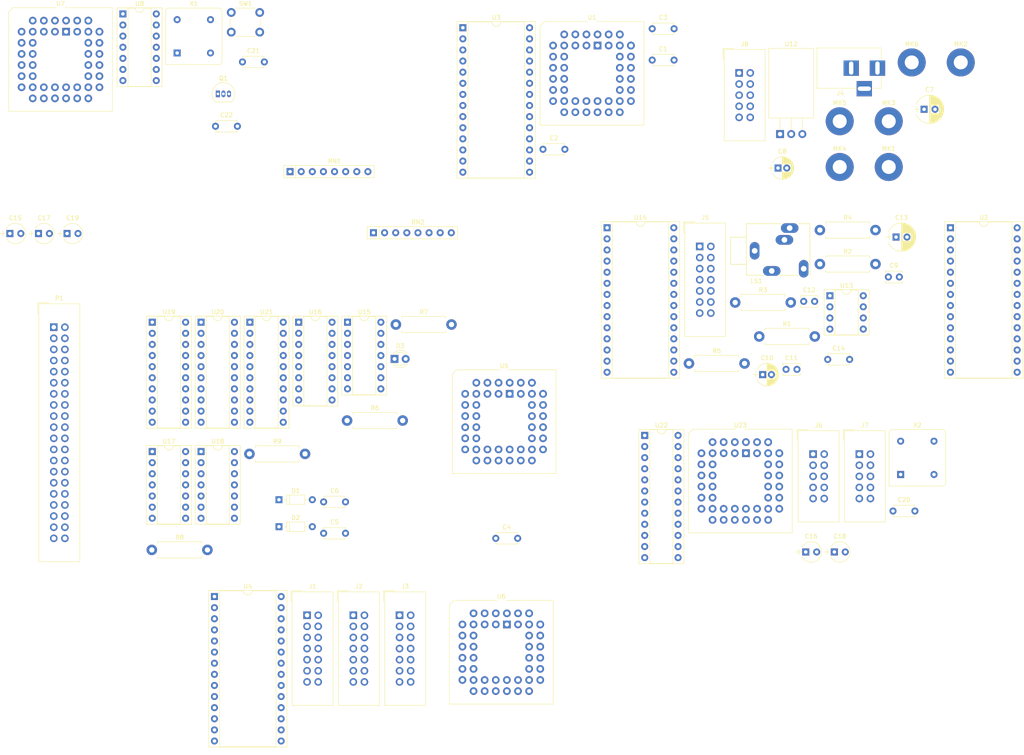
<source format=kicad_pcb>
(kicad_pcb (version 4) (host pcbnew 4.0.7-e2-6376~58~ubuntu16.04.1)
  (layers (0 F.Cu signal) (31 B.Cu signal) (34 B.Paste user) (35 F.Paste user) (36 B.SilkS user) (37 F.SilkS user) (38 B.Mask user) (39 F.Mask user) (44 Edge.Cuts user))
  (net 0 "")
  (net 1 GND)
  (net 2 VCC)
  (net 3 +9V)
  (net 4 "Net-(C11-Pad1)")
  (net 5 "Net-(C9-Pad2)")
  (net 6 "Net-(C12-Pad1)")
  (net 7 "Net-(C12-Pad2)")
  (net 8 "Net-(C13-Pad2)")
  (net 9 "Net-(C15-Pad1)")
  (net 10 "Net-(C16-Pad2)")
  (net 11 "Net-(C18-Pad1)")
  (net 12 "Net-(C18-Pad2)")
  (net 13 "Net-(C19-Pad1)")
  (net 14 "Net-(C19-Pad2)")
  (net 15 "Net-(D1-Pad1)")
  (net 16 "/16bit IDE interface/~IRQ")
  (net 17 "Net-(D2-Pad1)")
  (net 18 "/16bit IDE interface/~IDE:DASP")
  (net 19 "Net-(D3-Pad2)")
  (net 20 "Net-(J1-Pad3)")
  (net 21 "Net-(J1-Pad4)")
  (net 22 "Net-(J1-Pad5)")
  (net 23 "Net-(J1-Pad6)")
  (net 24 "Net-(J1-Pad7)")
  (net 25 "Net-(J1-Pad8)")
  (net 26 "Net-(J1-Pad9)")
  (net 27 "Net-(J1-Pad10)")
  (net 28 "Net-(J1-Pad11)")
  (net 29 "Net-(J1-Pad12)")
  (net 30 "Net-(J2-Pad3)")
  (net 31 "Net-(J2-Pad4)")
  (net 32 "Net-(J2-Pad5)")
  (net 33 "Net-(J2-Pad6)")
  (net 34 "Net-(J2-Pad7)")
  (net 35 "Net-(J2-Pad8)")
  (net 36 "Net-(J2-Pad9)")
  (net 37 "Net-(J2-Pad10)")
  (net 38 "Net-(J2-Pad11)")
  (net 39 "Net-(J2-Pad12)")
  (net 40 "Net-(J3-Pad3)")
  (net 41 "Net-(J3-Pad4)")
  (net 42 "Net-(J3-Pad5)")
  (net 43 "Net-(J3-Pad6)")
  (net 44 "Net-(J3-Pad7)")
  (net 45 "Net-(J3-Pad8)")
  (net 46 "Net-(J3-Pad9)")
  (net 47 "Net-(J3-Pad10)")
  (net 48 "Net-(J3-Pad11)")
  (net 49 "Net-(J3-Pad12)")
  (net 50 /Audio/IO_A0)
  (net 51 /Audio/IO_A1)
  (net 52 /Audio/IO_A2)
  (net 53 /Audio/IO_A3)
  (net 54 /Audio/IO_A4)
  (net 55 /Audio/IO_A5)
  (net 56 /Audio/IO_A6)
  (net 57 /Audio/IO_A7)
  (net 58 "Net-(J6-Pad2)")
  (net 59 "Net-(J6-Pad3)")
  (net 60 "Net-(J6-Pad7)")
  (net 61 "Net-(J6-Pad8)")
  (net 62 "Net-(J7-Pad2)")
  (net 63 "Net-(J7-Pad3)")
  (net 64 "Net-(J7-Pad7)")
  (net 65 "Net-(J7-Pad8)")
  (net 66 "/Address decoding and support section/TCK")
  (net 67 "/Address decoding and support section/TMS")
  (net 68 "/Address decoding and support section/TDI")
  (net 69 "/Address decoding and support section/TDO")
  (net 70 "/16bit IDE interface/~RES")
  (net 71 "/16bit IDE interface/IDE-D7")
  (net 72 "/16bit IDE interface/IDE-D8")
  (net 73 "/16bit IDE interface/IDE-D6")
  (net 74 "/16bit IDE interface/IDE-D9")
  (net 75 "/16bit IDE interface/IDE-D5")
  (net 76 "/16bit IDE interface/IDE-D10")
  (net 77 "/16bit IDE interface/IDE-D4")
  (net 78 "/16bit IDE interface/IDE-D11")
  (net 79 "/16bit IDE interface/IDE-D3")
  (net 80 "/16bit IDE interface/IDE-D12")
  (net 81 "/16bit IDE interface/IDE-D2")
  (net 82 "/16bit IDE interface/IDE-D13")
  (net 83 "/16bit IDE interface/IDE-D1")
  (net 84 "/16bit IDE interface/IDE-D14")
  (net 85 "/16bit IDE interface/IDE-D0")
  (net 86 "/16bit IDE interface/IDE-D15")
  (net 87 "/16bit IDE interface/~DIOW")
  (net 88 "/16bit IDE interface/~DIOR")
  (net 89 "/16bit IDE interface/~IDE:DMACK")
  (net 90 "/16bit IDE interface/A1")
  (net 91 "/16bit IDE interface/A0")
  (net 92 "/16bit IDE interface/A2")
  (net 93 "/16bit IDE interface/~IDE:CS0")
  (net 94 "/16bit IDE interface/~IDE:CS1")
  (net 95 "Net-(R3-Pad1)")
  (net 96 "Net-(R9-Pad1)")
  (net 97 "/Address decoding and support section/~SO")
  (net 98 "/Address decoding and support section/~KS")
  (net 99 "/Address decoding and support section/RDY")
  (net 100 "/Address decoding and support section/~PWR")
  (net 101 "/Address decoding and support section/BE")
  (net 102 "/Address decoding and support section/~NMI")
  (net 103 "/16bit IDE interface/CLK")
  (net 104 "Net-(U1-Pad39)")
  (net 105 "/16bit IDE interface/A3")
  (net 106 "/Address decoding and support section/A5")
  (net 107 "/CPU, ROM and RAM/A4")
  (net 108 "/Address decoding and support section/A6")
  (net 109 "/Address decoding and support section/A8")
  (net 110 "/Address decoding and support section/A10")
  (net 111 "/Address decoding and support section/A12")
  (net 112 "/Address decoding and support section/A14")
  (net 113 "/16bit IDE interface/D7")
  (net 114 "/Address decoding and support section/A7")
  (net 115 "/Address decoding and support section/A9")
  (net 116 "/Address decoding and support section/A11")
  (net 117 "/Address decoding and support section/A13")
  (net 118 "/Address decoding and support section/A15")
  (net 119 "/16bit IDE interface/D6")
  (net 120 "/16bit IDE interface/D4")
  (net 121 "/16bit IDE interface/D2")
  (net 122 "/16bit IDE interface/D0")
  (net 123 "/Address decoding and support section/R/~W")
  (net 124 "/16bit IDE interface/D5")
  (net 125 "/16bit IDE interface/D3")
  (net 126 "/16bit IDE interface/D1")
  (net 127 "/Address decoding and support section/~ROMSEL")
  (net 128 "/16bit IDE interface/~MRD")
  (net 129 "/Address decoding and support section/~RAMSEL")
  (net 130 "/16bit IDE interface/~MWR")
  (net 131 "/Address decoding and support section/~7F8X")
  (net 132 "/Address decoding and support section/~7FCX")
  (net 133 /Audio/V2PA1)
  (net 134 /Audio/V2PA3)
  (net 135 /Audio/V2CA2)
  (net 136 /Audio/V2PA0)
  (net 137 /Audio/V2PA2)
  (net 138 /Audio/V2PA4)
  (net 139 /Audio/V2CA1)
  (net 140 /Audio/V2PA6)
  (net 141 /Audio/V2PA5)
  (net 142 /Audio/V2PA7)
  (net 143 "/Address decoding and support section/~7FAX")
  (net 144 "Net-(U7-Pad39)")
  (net 145 "Net-(U7-Pad40)")
  (net 146 "/Address decoding and support section/RES")
  (net 147 "/16bit IDE interface/~7F6X")
  (net 148 "Net-(U7-Pad29)")
  (net 149 "/Address decoding and support section/~7FEX")
  (net 150 "Net-(U8-Pad12)")
  (net 151 "Net-(U8-Pad11)")
  (net 152 "Net-(U15-Pad9)")
  (net 153 "Net-(U15-Pad3)")
  (net 154 "Net-(U15-Pad10)")
  (net 155 "Net-(U15-Pad13)")
  (net 156 "Net-(U16-Pad11)")
  (net 157 "Net-(U16-Pad4)")
  (net 158 "Net-(U16-Pad5)")
  (net 159 "Net-(U18-Pad3)")
  (net 160 "Net-(U22-Pad4)")
  (net 161 "Net-(U22-Pad5)")
  (net 162 "/DUART and RS232/CTSb")
  (net 163 "Net-(U22-Pad6)")
  (net 164 "Net-(U22-Pad18)")
  (net 165 "/DUART and RS232/RTSa")
  (net 166 "/DUART and RS232/RTSb")
  (net 167 "/DUART and RS232/CTSa")
  (net 168 "Net-(U23-Pad40)")
  (net 169 "Net-(U23-Pad29)")
  (net 170 "Net-(U23-Pad36)")
  (module Capacitors_ThroughHole:C_Disc_D4.7mm_W2.5mm_P5.00mm (layer F.Cu) (at 187.495001 36.74)
    (fp_text reference C1 (at 2.5 -2.56) (layer F.SilkS))
    (fp_text value 0.1uF)
    (pad 1 thru_hole circle (at 0 0) (size 1.6 1.6) (drill 0.8) (layers *.Cu *.Mask) (net 1 GND))
    (pad 2 thru_hole circle (at 5 0) (size 1.6 1.6) (drill 0.8) (layers *.Cu *.Mask) (net 2 VCC))
  )
  (module Capacitors_ThroughHole:C_Disc_D4.7mm_W2.5mm_P5.00mm (layer F.Cu) (at 162.545001 57.12)
    (fp_text reference C2 (at 2.5 -2.56) (layer F.SilkS))
    (fp_text value 0.1uF)
    (pad 1 thru_hole circle (at 0 0) (size 1.6 1.6) (drill 0.8) (layers *.Cu *.Mask) (net 1 GND))
    (pad 2 thru_hole circle (at 5 0) (size 1.6 1.6) (drill 0.8) (layers *.Cu *.Mask) (net 2 VCC))
  )
  (module Capacitors_ThroughHole:C_Disc_D4.7mm_W2.5mm_P5.00mm (layer F.Cu) (at 187.495001 29.57)
    (fp_text reference C3 (at 2.5 -2.56) (layer F.SilkS))
    (fp_text value 0.1uF)
    (pad 1 thru_hole circle (at 0 0) (size 1.6 1.6) (drill 0.8) (layers *.Cu *.Mask) (net 1 GND))
    (pad 2 thru_hole circle (at 5 0) (size 1.6 1.6) (drill 0.8) (layers *.Cu *.Mask) (net 2 VCC))
  )
  (module Capacitors_ThroughHole:C_Disc_D4.7mm_W2.5mm_P5.00mm (layer F.Cu) (at 151.765 146.05)
    (fp_text reference C4 (at 2.5 -2.56) (layer F.SilkS))
    (fp_text value 0.1uF)
    (pad 1 thru_hole circle (at 0 0) (size 1.6 1.6) (drill 0.8) (layers *.Cu *.Mask) (net 2 VCC))
    (pad 2 thru_hole circle (at 5 0) (size 1.6 1.6) (drill 0.8) (layers *.Cu *.Mask) (net 1 GND))
  )
  (module Capacitors_ThroughHole:C_Disc_D4.7mm_W2.5mm_P5.00mm (layer F.Cu) (at 112.440001 144.895)
    (fp_text reference C5 (at 2.5 -2.56) (layer F.SilkS))
    (fp_text value 0.1uF)
    (pad 1 thru_hole circle (at 0 0) (size 1.6 1.6) (drill 0.8) (layers *.Cu *.Mask) (net 2 VCC))
    (pad 2 thru_hole circle (at 5 0) (size 1.6 1.6) (drill 0.8) (layers *.Cu *.Mask) (net 1 GND))
  )
  (module Capacitors_ThroughHole:C_Disc_D4.7mm_W2.5mm_P5.00mm (layer F.Cu) (at 112.440001 137.725)
    (fp_text reference C6 (at 2.5 -2.56) (layer F.SilkS))
    (fp_text value 0.1uF)
    (pad 1 thru_hole circle (at 0 0) (size 1.6 1.6) (drill 0.8) (layers *.Cu *.Mask) (net 2 VCC))
    (pad 2 thru_hole circle (at 5 0) (size 1.6 1.6) (drill 0.8) (layers *.Cu *.Mask) (net 1 GND))
  )
  (module Capacitors_ThroughHole:CP_Radial_D6.3mm_P2.50mm (layer F.Cu) (at 249.600001 47.98)
    (fp_text reference C7 (at 1.25 -4.46) (layer F.SilkS))
    (fp_text value "100 uF")
    (pad 1 thru_hole rect (at 0 0) (size 1.6 1.6) (drill 0.8) (layers *.Cu *.Mask) (net 3 +9V))
    (pad 2 thru_hole circle (at 2.5 0) (size 1.6 1.6) (drill 0.8) (layers *.Cu *.Mask) (net 1 GND))
  )
  (module Capacitors_ThroughHole:CP_Radial_D5.0mm_P2.00mm (layer F.Cu) (at 216.235001 61.41)
    (fp_text reference C8 (at 1 -3.81) (layer F.SilkS))
    (fp_text value "10 uF")
    (pad 1 thru_hole rect (at 0 0) (size 1.6 1.6) (drill 0.8) (layers *.Cu *.Mask) (net 2 VCC))
    (pad 2 thru_hole circle (at 2 0) (size 1.6 1.6) (drill 0.8) (layers *.Cu *.Mask) (net 1 GND))
  )
  (module Capacitors_ThroughHole:C_Disc_D3.8mm_W2.6mm_P2.50mm (layer F.Cu) (at 241.450001 86.31)
    (fp_text reference C9 (at 1.25 -2.61) (layer F.SilkS))
    (fp_text value 2.2nF)
    (pad 1 thru_hole circle (at 0 0) (size 1.6 1.6) (drill 0.8) (layers *.Cu *.Mask) (net 4 "Net-(C11-Pad1)"))
    (pad 2 thru_hole circle (at 2.5 0) (size 1.6 1.6) (drill 0.8) (layers *.Cu *.Mask) (net 5 "Net-(C9-Pad2)"))
  )
  (module Capacitors_ThroughHole:CP_Radial_D5.0mm_P2.00mm (layer F.Cu) (at 212.725001 108.63)
    (fp_text reference C10 (at 1 -3.81) (layer F.SilkS))
    (fp_text value 10uF)
    (pad 1 thru_hole rect (at 0 0) (size 1.6 1.6) (drill 0.8) (layers *.Cu *.Mask) (net 2 VCC))
    (pad 2 thru_hole circle (at 2 0) (size 1.6 1.6) (drill 0.8) (layers *.Cu *.Mask) (net 1 GND))
  )
  (module Capacitors_ThroughHole:C_Disc_D3.8mm_W2.6mm_P2.50mm (layer F.Cu) (at 218.070001 107.43)
    (fp_text reference C11 (at 1.25 -2.61) (layer F.SilkS))
    (fp_text value 10nF)
    (pad 1 thru_hole circle (at 0 0) (size 1.6 1.6) (drill 0.8) (layers *.Cu *.Mask) (net 4 "Net-(C11-Pad1)"))
    (pad 2 thru_hole circle (at 2.5 0) (size 1.6 1.6) (drill 0.8) (layers *.Cu *.Mask) (net 1 GND))
  )
  (module Capacitors_ThroughHole:C_Disc_D3.8mm_W2.6mm_P2.50mm (layer F.Cu) (at 222.100001 91.89)
    (fp_text reference C12 (at 1.25 -2.61) (layer F.SilkS))
    (fp_text value 47nF)
    (pad 1 thru_hole circle (at 0 0) (size 1.6 1.6) (drill 0.8) (layers *.Cu *.Mask) (net 6 "Net-(C12-Pad1)"))
    (pad 2 thru_hole circle (at 2.5 0) (size 1.6 1.6) (drill 0.8) (layers *.Cu *.Mask) (net 7 "Net-(C12-Pad2)"))
  )
  (module Capacitors_ThroughHole:CP_Radial_D6.3mm_P2.50mm (layer F.Cu) (at 243.196429 77.19)
    (fp_text reference C13 (at 1.25 -4.46) (layer F.SilkS))
    (fp_text value "220uF 10V")
    (pad 1 thru_hole rect (at 0 0) (size 1.6 1.6) (drill 0.8) (layers *.Cu *.Mask) (net 6 "Net-(C12-Pad1)"))
    (pad 2 thru_hole circle (at 2.5 0) (size 1.6 1.6) (drill 0.8) (layers *.Cu *.Mask) (net 8 "Net-(C13-Pad2)"))
  )
  (module Capacitors_ThroughHole:C_Disc_D4.7mm_W2.5mm_P5.00mm (layer F.Cu) (at 227.590001 105.16)
    (fp_text reference C14 (at 2.5 -2.56) (layer F.SilkS))
    (fp_text value 0.1uF)
    (pad 1 thru_hole circle (at 0 0) (size 1.6 1.6) (drill 0.8) (layers *.Cu *.Mask) (net 2 VCC))
    (pad 2 thru_hole circle (at 5 0) (size 1.6 1.6) (drill 0.8) (layers *.Cu *.Mask) (net 1 GND))
  )
  (module Capacitors_ThroughHole:CP_Radial_Tantal_D4.5mm_P2.50mm (layer F.Cu) (at 40.775001 76.38)
    (fp_text reference C15 (at 1.25 -3.56) (layer F.SilkS))
    (fp_text value 1.0uF)
    (pad 1 thru_hole rect (at 0 0) (size 1.6 1.6) (drill 0.8) (layers *.Cu *.Mask) (net 9 "Net-(C15-Pad1)"))
    (pad 2 thru_hole circle (at 2.5 0) (size 1.6 1.6) (drill 0.8) (layers *.Cu *.Mask) (net 2 VCC))
  )
  (module Capacitors_ThroughHole:CP_Radial_Tantal_D4.5mm_P2.50mm (layer F.Cu) (at 222.570001 149.17)
    (fp_text reference C16 (at 1.25 -3.56) (layer F.SilkS))
    (fp_text value 1.0uF)
    (pad 1 thru_hole rect (at 0 0) (size 1.6 1.6) (drill 0.8) (layers *.Cu *.Mask) (net 1 GND))
    (pad 2 thru_hole circle (at 2.5 0) (size 1.6 1.6) (drill 0.8) (layers *.Cu *.Mask) (net 10 "Net-(C16-Pad2)"))
  )
  (module Capacitors_ThroughHole:CP_Radial_Tantal_D4.5mm_P2.50mm (layer F.Cu) (at 47.305001 76.38)
    (fp_text reference C17 (at 1.25 -3.56) (layer F.SilkS))
    (fp_text value 1.0uF)
    (pad 1 thru_hole rect (at 0 0) (size 1.6 1.6) (drill 0.8) (layers *.Cu *.Mask) (net 2 VCC))
    (pad 2 thru_hole circle (at 2.5 0) (size 1.6 1.6) (drill 0.8) (layers *.Cu *.Mask) (net 1 GND))
  )
  (module Capacitors_ThroughHole:CP_Radial_Tantal_D4.5mm_P2.50mm (layer F.Cu) (at 229.100001 149.17)
    (fp_text reference C18 (at 1.25 -3.56) (layer F.SilkS))
    (fp_text value 1.0uF)
    (pad 1 thru_hole rect (at 0 0) (size 1.6 1.6) (drill 0.8) (layers *.Cu *.Mask) (net 11 "Net-(C18-Pad1)"))
    (pad 2 thru_hole circle (at 2.5 0) (size 1.6 1.6) (drill 0.8) (layers *.Cu *.Mask) (net 12 "Net-(C18-Pad2)"))
  )
  (module Capacitors_ThroughHole:CP_Radial_Tantal_D4.5mm_P2.50mm (layer F.Cu) (at 53.835001 76.38)
    (fp_text reference C19 (at 1.25 -3.56) (layer F.SilkS))
    (fp_text value 1.0uF)
    (pad 1 thru_hole rect (at 0 0) (size 1.6 1.6) (drill 0.8) (layers *.Cu *.Mask) (net 13 "Net-(C19-Pad1)"))
    (pad 2 thru_hole circle (at 2.5 0) (size 1.6 1.6) (drill 0.8) (layers *.Cu *.Mask) (net 14 "Net-(C19-Pad2)"))
  )
  (module Capacitors_ThroughHole:C_Disc_D4.7mm_W2.5mm_P5.00mm (layer F.Cu) (at 242.505001 139.81)
    (fp_text reference C20 (at 2.5 -2.56) (layer F.SilkS))
    (fp_text value 0.1uF)
    (pad 1 thru_hole circle (at 0 0) (size 1.6 1.6) (drill 0.8) (layers *.Cu *.Mask) (net 2 VCC))
    (pad 2 thru_hole circle (at 5 0) (size 1.6 1.6) (drill 0.8) (layers *.Cu *.Mask) (net 1 GND))
  )
  (module Capacitors_ThroughHole:C_Disc_D4.7mm_W2.5mm_P5.00mm (layer F.Cu) (at 93.900001 37.16)
    (fp_text reference C21 (at 2.5 -2.56) (layer F.SilkS))
    (fp_text value 0.1uF)
    (pad 1 thru_hole circle (at 0 0) (size 1.6 1.6) (drill 0.8) (layers *.Cu *.Mask) (net 1 GND))
    (pad 2 thru_hole circle (at 5 0) (size 1.6 1.6) (drill 0.8) (layers *.Cu *.Mask) (net 2 VCC))
  )
  (module Capacitors_ThroughHole:C_Disc_D4.7mm_W2.5mm_P5.00mm (layer F.Cu) (at 87.740001 51.86)
    (fp_text reference C22 (at 2.5 -2.56) (layer F.SilkS))
    (fp_text value 0.1uF)
    (pad 1 thru_hole circle (at 0 0) (size 1.6 1.6) (drill 0.8) (layers *.Cu *.Mask) (net 2 VCC))
    (pad 2 thru_hole circle (at 5 0) (size 1.6 1.6) (drill 0.8) (layers *.Cu *.Mask) (net 1 GND))
  )
  (module Diodes_ThroughHole:D_DO-35_SOD27_P7.62mm_Horizontal (layer F.Cu) (at 102.240001 137.225)
    (fp_text reference D1 (at 3.81 -2.06) (layer F.SilkS))
    (fp_text value D)
    (pad 1 thru_hole rect (at 0 0) (size 1.6 1.6) (drill 0.8) (layers *.Cu *.Mask) (net 15 "Net-(D1-Pad1)"))
    (pad 2 thru_hole oval (at 7.62 0) (size 1.6 1.6) (drill 0.8) (layers *.Cu *.Mask) (net 16 "/16bit IDE interface/~IRQ"))
  )
  (module Diodes_ThroughHole:D_DO-35_SOD27_P7.62mm_Horizontal (layer F.Cu) (at 102.240001 143.395)
    (fp_text reference D2 (at 3.81 -2.06) (layer F.SilkS))
    (fp_text value D)
    (pad 1 thru_hole rect (at 0 0) (size 1.6 1.6) (drill 0.8) (layers *.Cu *.Mask) (net 17 "Net-(D2-Pad1)"))
    (pad 2 thru_hole oval (at 7.62 0) (size 1.6 1.6) (drill 0.8) (layers *.Cu *.Mask) (net 16 "/16bit IDE interface/~IRQ"))
  )
  (module LEDs:LED_D3.0mm (layer F.Cu) (at 128.645001 105.05)
    (fp_text reference D3 (at 1.27 -2.96) (layer F.SilkS))
    (fp_text value LED)
    (pad 1 thru_hole rect (at 0 0) (size 1.8 1.8) (drill 0.9) (layers *.Cu *.Mask) (net 18 "/16bit IDE interface/~IDE:DASP"))
    (pad 2 thru_hole circle (at 2.54 0) (size 1.8 1.8) (drill 0.9) (layers *.Cu *.Mask) (net 19 "Net-(D3-Pad2)"))
  )
  (module Connectors_IDC:IDC-Header_2x07_Pitch2.54mm_Straight (layer F.Cu) (at 108.660001 163.634)
    (fp_text reference J1 (at 1.27 -6.604) (layer F.SilkS))
    (fp_text value VIA1PA)
    (pad 1 thru_hole rect (at 0 0) (size 1.7272 1.7272) (drill 1.016) (layers *.Cu *.Mask) (net 1 GND))
    (pad 2 thru_hole oval (at 2.54 0) (size 1.7272 1.7272) (drill 1.016) (layers *.Cu *.Mask) (net 1 GND))
    (pad 3 thru_hole oval (at 0 2.54) (size 1.7272 1.7272) (drill 1.016) (layers *.Cu *.Mask) (net 20 "Net-(J1-Pad3)"))
    (pad 4 thru_hole oval (at 2.54 2.54) (size 1.7272 1.7272) (drill 1.016) (layers *.Cu *.Mask) (net 21 "Net-(J1-Pad4)"))
    (pad 5 thru_hole oval (at 0 5.08) (size 1.7272 1.7272) (drill 1.016) (layers *.Cu *.Mask) (net 22 "Net-(J1-Pad5)"))
    (pad 6 thru_hole oval (at 2.54 5.08) (size 1.7272 1.7272) (drill 1.016) (layers *.Cu *.Mask) (net 23 "Net-(J1-Pad6)"))
    (pad 7 thru_hole oval (at 0 7.62) (size 1.7272 1.7272) (drill 1.016) (layers *.Cu *.Mask) (net 24 "Net-(J1-Pad7)"))
    (pad 8 thru_hole oval (at 2.54 7.62) (size 1.7272 1.7272) (drill 1.016) (layers *.Cu *.Mask) (net 25 "Net-(J1-Pad8)"))
    (pad 9 thru_hole oval (at 0 10.16) (size 1.7272 1.7272) (drill 1.016) (layers *.Cu *.Mask) (net 26 "Net-(J1-Pad9)"))
    (pad 10 thru_hole oval (at 2.54 10.16) (size 1.7272 1.7272) (drill 1.016) (layers *.Cu *.Mask) (net 27 "Net-(J1-Pad10)"))
    (pad 11 thru_hole oval (at 0 12.7) (size 1.7272 1.7272) (drill 1.016) (layers *.Cu *.Mask) (net 28 "Net-(J1-Pad11)"))
    (pad 12 thru_hole oval (at 2.54 12.7) (size 1.7272 1.7272) (drill 1.016) (layers *.Cu *.Mask) (net 29 "Net-(J1-Pad12)"))
    (pad 13 thru_hole oval (at 0 15.24) (size 1.7272 1.7272) (drill 1.016) (layers *.Cu *.Mask) (net 2 VCC))
    (pad 14 thru_hole oval (at 2.54 15.24) (size 1.7272 1.7272) (drill 1.016) (layers *.Cu *.Mask) (net 2 VCC))
  )
  (module Connectors_IDC:IDC-Header_2x07_Pitch2.54mm_Straight (layer F.Cu) (at 119.220001 163.634)
    (fp_text reference J2 (at 1.27 -6.604) (layer F.SilkS))
    (fp_text value VIA1PB)
    (pad 1 thru_hole rect (at 0 0) (size 1.7272 1.7272) (drill 1.016) (layers *.Cu *.Mask) (net 1 GND))
    (pad 2 thru_hole oval (at 2.54 0) (size 1.7272 1.7272) (drill 1.016) (layers *.Cu *.Mask) (net 1 GND))
    (pad 3 thru_hole oval (at 0 2.54) (size 1.7272 1.7272) (drill 1.016) (layers *.Cu *.Mask) (net 30 "Net-(J2-Pad3)"))
    (pad 4 thru_hole oval (at 2.54 2.54) (size 1.7272 1.7272) (drill 1.016) (layers *.Cu *.Mask) (net 31 "Net-(J2-Pad4)"))
    (pad 5 thru_hole oval (at 0 5.08) (size 1.7272 1.7272) (drill 1.016) (layers *.Cu *.Mask) (net 32 "Net-(J2-Pad5)"))
    (pad 6 thru_hole oval (at 2.54 5.08) (size 1.7272 1.7272) (drill 1.016) (layers *.Cu *.Mask) (net 33 "Net-(J2-Pad6)"))
    (pad 7 thru_hole oval (at 0 7.62) (size 1.7272 1.7272) (drill 1.016) (layers *.Cu *.Mask) (net 34 "Net-(J2-Pad7)"))
    (pad 8 thru_hole oval (at 2.54 7.62) (size 1.7272 1.7272) (drill 1.016) (layers *.Cu *.Mask) (net 35 "Net-(J2-Pad8)"))
    (pad 9 thru_hole oval (at 0 10.16) (size 1.7272 1.7272) (drill 1.016) (layers *.Cu *.Mask) (net 36 "Net-(J2-Pad9)"))
    (pad 10 thru_hole oval (at 2.54 10.16) (size 1.7272 1.7272) (drill 1.016) (layers *.Cu *.Mask) (net 37 "Net-(J2-Pad10)"))
    (pad 11 thru_hole oval (at 0 12.7) (size 1.7272 1.7272) (drill 1.016) (layers *.Cu *.Mask) (net 38 "Net-(J2-Pad11)"))
    (pad 12 thru_hole oval (at 2.54 12.7) (size 1.7272 1.7272) (drill 1.016) (layers *.Cu *.Mask) (net 39 "Net-(J2-Pad12)"))
    (pad 13 thru_hole oval (at 0 15.24) (size 1.7272 1.7272) (drill 1.016) (layers *.Cu *.Mask) (net 2 VCC))
    (pad 14 thru_hole oval (at 2.54 15.24) (size 1.7272 1.7272) (drill 1.016) (layers *.Cu *.Mask) (net 2 VCC))
  )
  (module Connectors_IDC:IDC-Header_2x07_Pitch2.54mm_Straight (layer F.Cu) (at 129.780001 163.634)
    (fp_text reference J3 (at 1.27 -6.604) (layer F.SilkS))
    (fp_text value VIA2PB)
    (pad 1 thru_hole rect (at 0 0) (size 1.7272 1.7272) (drill 1.016) (layers *.Cu *.Mask) (net 1 GND))
    (pad 2 thru_hole oval (at 2.54 0) (size 1.7272 1.7272) (drill 1.016) (layers *.Cu *.Mask) (net 1 GND))
    (pad 3 thru_hole oval (at 0 2.54) (size 1.7272 1.7272) (drill 1.016) (layers *.Cu *.Mask) (net 40 "Net-(J3-Pad3)"))
    (pad 4 thru_hole oval (at 2.54 2.54) (size 1.7272 1.7272) (drill 1.016) (layers *.Cu *.Mask) (net 41 "Net-(J3-Pad4)"))
    (pad 5 thru_hole oval (at 0 5.08) (size 1.7272 1.7272) (drill 1.016) (layers *.Cu *.Mask) (net 42 "Net-(J3-Pad5)"))
    (pad 6 thru_hole oval (at 2.54 5.08) (size 1.7272 1.7272) (drill 1.016) (layers *.Cu *.Mask) (net 43 "Net-(J3-Pad6)"))
    (pad 7 thru_hole oval (at 0 7.62) (size 1.7272 1.7272) (drill 1.016) (layers *.Cu *.Mask) (net 44 "Net-(J3-Pad7)"))
    (pad 8 thru_hole oval (at 2.54 7.62) (size 1.7272 1.7272) (drill 1.016) (layers *.Cu *.Mask) (net 45 "Net-(J3-Pad8)"))
    (pad 9 thru_hole oval (at 0 10.16) (size 1.7272 1.7272) (drill 1.016) (layers *.Cu *.Mask) (net 46 "Net-(J3-Pad9)"))
    (pad 10 thru_hole oval (at 2.54 10.16) (size 1.7272 1.7272) (drill 1.016) (layers *.Cu *.Mask) (net 47 "Net-(J3-Pad10)"))
    (pad 11 thru_hole oval (at 0 12.7) (size 1.7272 1.7272) (drill 1.016) (layers *.Cu *.Mask) (net 48 "Net-(J3-Pad11)"))
    (pad 12 thru_hole oval (at 2.54 12.7) (size 1.7272 1.7272) (drill 1.016) (layers *.Cu *.Mask) (net 49 "Net-(J3-Pad12)"))
    (pad 13 thru_hole oval (at 0 15.24) (size 1.7272 1.7272) (drill 1.016) (layers *.Cu *.Mask) (net 2 VCC))
    (pad 14 thru_hole oval (at 2.54 15.24) (size 1.7272 1.7272) (drill 1.016) (layers *.Cu *.Mask) (net 2 VCC))
  )
  (module Connect:BARREL_JACK (layer F.Cu) (at 238.950001 38.57)
    (fp_text reference J4 (at -8.45 5.75 180) (layer F.SilkS))
    (fp_text value BARREL_JACK)
    (pad 1 thru_hole rect (at 0 0) (size 3.5 3.5) (drill oval 1 3) (layers *.Cu *.Mask) (net 3 +9V))
    (pad 2 thru_hole rect (at -6 0) (size 3.5 3.5) (drill oval 1 3) (layers *.Cu *.Mask) (net 1 GND))
    (pad 3 thru_hole rect (at -3 4.7) (size 3.5 3.5) (drill oval 3 1) (layers *.Cu *.Mask) (net 1 GND))
  )
  (module Connectors_IDC:IDC-Header_2x07_Pitch2.54mm_Straight (layer F.Cu) (at 198.350001 79.334)
    (fp_text reference J5 (at 1.27 -6.604) (layer F.SilkS))
    (fp_text value AY-IO)
    (pad 1 thru_hole rect (at 0 0) (size 1.7272 1.7272) (drill 1.016) (layers *.Cu *.Mask) (net 1 GND))
    (pad 2 thru_hole oval (at 2.54 0) (size 1.7272 1.7272) (drill 1.016) (layers *.Cu *.Mask) (net 1 GND))
    (pad 3 thru_hole oval (at 0 2.54) (size 1.7272 1.7272) (drill 1.016) (layers *.Cu *.Mask))
    (pad 4 thru_hole oval (at 2.54 2.54) (size 1.7272 1.7272) (drill 1.016) (layers *.Cu *.Mask))
    (pad 5 thru_hole oval (at 0 5.08) (size 1.7272 1.7272) (drill 1.016) (layers *.Cu *.Mask) (net 50 /Audio/IO_A0))
    (pad 6 thru_hole oval (at 2.54 5.08) (size 1.7272 1.7272) (drill 1.016) (layers *.Cu *.Mask) (net 51 /Audio/IO_A1))
    (pad 7 thru_hole oval (at 0 7.62) (size 1.7272 1.7272) (drill 1.016) (layers *.Cu *.Mask) (net 52 /Audio/IO_A2))
    (pad 8 thru_hole oval (at 2.54 7.62) (size 1.7272 1.7272) (drill 1.016) (layers *.Cu *.Mask) (net 53 /Audio/IO_A3))
    (pad 9 thru_hole oval (at 0 10.16) (size 1.7272 1.7272) (drill 1.016) (layers *.Cu *.Mask) (net 54 /Audio/IO_A4))
    (pad 10 thru_hole oval (at 2.54 10.16) (size 1.7272 1.7272) (drill 1.016) (layers *.Cu *.Mask) (net 55 /Audio/IO_A5))
    (pad 11 thru_hole oval (at 0 12.7) (size 1.7272 1.7272) (drill 1.016) (layers *.Cu *.Mask) (net 56 /Audio/IO_A6))
    (pad 12 thru_hole oval (at 2.54 12.7) (size 1.7272 1.7272) (drill 1.016) (layers *.Cu *.Mask) (net 57 /Audio/IO_A7))
    (pad 13 thru_hole oval (at 0 15.24) (size 1.7272 1.7272) (drill 1.016) (layers *.Cu *.Mask) (net 2 VCC))
    (pad 14 thru_hole oval (at 2.54 15.24) (size 1.7272 1.7272) (drill 1.016) (layers *.Cu *.Mask) (net 2 VCC))
  )
  (module Connectors_IDC:IDC-Header_2x05_Pitch2.54mm_Straight (layer F.Cu) (at 224.245001 126.804)
    (fp_text reference J6 (at 1.27 -6.604) (layer F.SilkS))
    (fp_text value RS232a)
    (pad 1 thru_hole rect (at 0 0) (size 1.7272 1.7272) (drill 1.016) (layers *.Cu *.Mask))
    (pad 2 thru_hole oval (at 2.54 0) (size 1.7272 1.7272) (drill 1.016) (layers *.Cu *.Mask) (net 58 "Net-(J6-Pad2)"))
    (pad 3 thru_hole oval (at 0 2.54) (size 1.7272 1.7272) (drill 1.016) (layers *.Cu *.Mask) (net 59 "Net-(J6-Pad3)"))
    (pad 4 thru_hole oval (at 2.54 2.54) (size 1.7272 1.7272) (drill 1.016) (layers *.Cu *.Mask))
    (pad 5 thru_hole oval (at 0 5.08) (size 1.7272 1.7272) (drill 1.016) (layers *.Cu *.Mask) (net 1 GND))
    (pad 6 thru_hole oval (at 2.54 5.08) (size 1.7272 1.7272) (drill 1.016) (layers *.Cu *.Mask))
    (pad 7 thru_hole oval (at 0 7.62) (size 1.7272 1.7272) (drill 1.016) (layers *.Cu *.Mask) (net 60 "Net-(J6-Pad7)"))
    (pad 8 thru_hole oval (at 2.54 7.62) (size 1.7272 1.7272) (drill 1.016) (layers *.Cu *.Mask) (net 61 "Net-(J6-Pad8)"))
    (pad 9 thru_hole oval (at 0 10.16) (size 1.7272 1.7272) (drill 1.016) (layers *.Cu *.Mask))
    (pad 10 thru_hole oval (at 2.54 10.16) (size 1.7272 1.7272) (drill 1.016) (layers *.Cu *.Mask))
  )
  (module Connectors_IDC:IDC-Header_2x05_Pitch2.54mm_Straight (layer F.Cu) (at 234.805001 126.804)
    (fp_text reference J7 (at 1.27 -6.604) (layer F.SilkS))
    (fp_text value RS232b)
    (pad 1 thru_hole rect (at 0 0) (size 1.7272 1.7272) (drill 1.016) (layers *.Cu *.Mask))
    (pad 2 thru_hole oval (at 2.54 0) (size 1.7272 1.7272) (drill 1.016) (layers *.Cu *.Mask) (net 62 "Net-(J7-Pad2)"))
    (pad 3 thru_hole oval (at 0 2.54) (size 1.7272 1.7272) (drill 1.016) (layers *.Cu *.Mask) (net 63 "Net-(J7-Pad3)"))
    (pad 4 thru_hole oval (at 2.54 2.54) (size 1.7272 1.7272) (drill 1.016) (layers *.Cu *.Mask))
    (pad 5 thru_hole oval (at 0 5.08) (size 1.7272 1.7272) (drill 1.016) (layers *.Cu *.Mask) (net 1 GND))
    (pad 6 thru_hole oval (at 2.54 5.08) (size 1.7272 1.7272) (drill 1.016) (layers *.Cu *.Mask))
    (pad 7 thru_hole oval (at 0 7.62) (size 1.7272 1.7272) (drill 1.016) (layers *.Cu *.Mask) (net 64 "Net-(J7-Pad7)"))
    (pad 8 thru_hole oval (at 2.54 7.62) (size 1.7272 1.7272) (drill 1.016) (layers *.Cu *.Mask) (net 65 "Net-(J7-Pad8)"))
    (pad 9 thru_hole oval (at 0 10.16) (size 1.7272 1.7272) (drill 1.016) (layers *.Cu *.Mask))
    (pad 10 thru_hole oval (at 2.54 10.16) (size 1.7272 1.7272) (drill 1.016) (layers *.Cu *.Mask))
  )
  (module Connectors_IDC:IDC-Header_2x05_Pitch2.54mm_Straight (layer F.Cu) (at 207.350001 39.674)
    (fp_text reference J8 (at 1.27 -6.604) (layer F.SilkS))
    (fp_text value JTAG)
    (pad 1 thru_hole rect (at 0 0) (size 1.7272 1.7272) (drill 1.016) (layers *.Cu *.Mask) (net 66 "/Address decoding and support section/TCK"))
    (pad 2 thru_hole oval (at 2.54 0) (size 1.7272 1.7272) (drill 1.016) (layers *.Cu *.Mask) (net 1 GND))
    (pad 3 thru_hole oval (at 0 2.54) (size 1.7272 1.7272) (drill 1.016) (layers *.Cu *.Mask) (net 67 "/Address decoding and support section/TMS"))
    (pad 4 thru_hole oval (at 2.54 2.54) (size 1.7272 1.7272) (drill 1.016) (layers *.Cu *.Mask) (net 1 GND))
    (pad 5 thru_hole oval (at 0 5.08) (size 1.7272 1.7272) (drill 1.016) (layers *.Cu *.Mask) (net 68 "/Address decoding and support section/TDI"))
    (pad 6 thru_hole oval (at 2.54 5.08) (size 1.7272 1.7272) (drill 1.016) (layers *.Cu *.Mask) (net 2 VCC))
    (pad 7 thru_hole oval (at 0 7.62) (size 1.7272 1.7272) (drill 1.016) (layers *.Cu *.Mask) (net 69 "/Address decoding and support section/TDO"))
    (pad 8 thru_hole oval (at 2.54 7.62) (size 1.7272 1.7272) (drill 1.016) (layers *.Cu *.Mask) (net 1 GND))
    (pad 9 thru_hole oval (at 0 10.16) (size 1.7272 1.7272) (drill 1.016) (layers *.Cu *.Mask))
    (pad 10 thru_hole oval (at 2.54 10.16) (size 1.7272 1.7272) (drill 1.016) (layers *.Cu *.Mask))
  )
  (module Connect:Stereo_Jack_3.5mm_Switch_Ledino_KB3SPRS (layer F.Cu) (at 214.800001 84.93)
    (fp_text reference LS1 (at -3.5 2.3) (layer F.SilkS))
    (fp_text value Speaker)
    (pad 1 thru_hole oval (at 0 0) (size 4 2.2) (drill 1.3) (layers *.Cu *.Mask) (net 8 "Net-(C13-Pad2)"))
    (pad 4 thru_hole oval (at 7.3 -0.5 90) (size 4 2.2) (drill 1.3) (layers *.Cu *.Mask))
    (pad 5 thru_hole oval (at 2.9 -7.1) (size 4 2.2) (drill 1.3) (layers *.Cu *.Mask))
    (pad 2 thru_hole oval (at 4.1 -9.8) (size 4 2.2) (drill 1.3) (layers *.Cu *.Mask) (net 1 GND))
    (pad 3 thru_hole oval (at -3.9 -4.6) (size 2.2 4) (drill 1.3) (layers *.Cu *.Mask))
  )
  (module Mounting_Holes:MountingHole_3.2mm_M3_Pad (layer F.Cu) (at 241.529762 61.17)
    (fp_text reference MK1 (at 0 -4.2) (layer F.SilkS))
    (fp_text value Mounting_Hole)
    (pad 1 thru_hole circle (at 0 0) (size 6.4 6.4) (drill 3.2) (layers *.Cu *.Mask))
  )
  (module Mounting_Holes:MountingHole_3.2mm_M3_Pad (layer F.Cu) (at 257.979762 37.27)
    (fp_text reference MK2 (at 0 -4.2) (layer F.SilkS))
    (fp_text value Mounting_Hole)
    (pad 1 thru_hole circle (at 0 0) (size 6.4 6.4) (drill 3.2) (layers *.Cu *.Mask))
  )
  (module Mounting_Holes:MountingHole_3.2mm_M3_Pad (layer F.Cu) (at 241.529762 50.72)
    (fp_text reference MK3 (at 0 -4.2) (layer F.SilkS))
    (fp_text value Mounting_Hole)
    (pad 1 thru_hole circle (at 0 0) (size 6.4 6.4) (drill 3.2) (layers *.Cu *.Mask))
  )
  (module Mounting_Holes:MountingHole_3.2mm_M3_Pad (layer F.Cu) (at 230.329762 61.17)
    (fp_text reference MK4 (at 0 -4.2) (layer F.SilkS))
    (fp_text value Mounting_Hole)
    (pad 1 thru_hole circle (at 0 0) (size 6.4 6.4) (drill 3.2) (layers *.Cu *.Mask))
  )
  (module Mounting_Holes:MountingHole_3.2mm_M3_Pad (layer F.Cu) (at 230.329762 50.72)
    (fp_text reference MK5 (at 0 -4.2) (layer F.SilkS))
    (fp_text value Mounting_Hole)
    (pad 1 thru_hole circle (at 0 0) (size 6.4 6.4) (drill 3.2) (layers *.Cu *.Mask))
  )
  (module Mounting_Holes:MountingHole_3.2mm_M3_Pad (layer F.Cu) (at 246.779762 37.27)
    (fp_text reference MK6 (at 0 -4.2) (layer F.SilkS))
    (fp_text value Mounting_Hole)
    (pad 1 thru_hole circle (at 0 0) (size 6.4 6.4) (drill 3.2) (layers *.Cu *.Mask))
  )
  (module Connectors_IDC:IDC-Header_2x20_Pitch2.54mm_Straight (layer F.Cu) (at 50.8 97.79)
    (fp_text reference P1 (at 1.27 -6.604) (layer F.SilkS))
    (fp_text value IDE0)
    (pad 1 thru_hole rect (at 0 0) (size 1.7272 1.7272) (drill 1.016) (layers *.Cu *.Mask) (net 70 "/16bit IDE interface/~RES"))
    (pad 2 thru_hole oval (at 2.54 0) (size 1.7272 1.7272) (drill 1.016) (layers *.Cu *.Mask) (net 1 GND))
    (pad 3 thru_hole oval (at 0 2.54) (size 1.7272 1.7272) (drill 1.016) (layers *.Cu *.Mask) (net 71 "/16bit IDE interface/IDE-D7"))
    (pad 4 thru_hole oval (at 2.54 2.54) (size 1.7272 1.7272) (drill 1.016) (layers *.Cu *.Mask) (net 72 "/16bit IDE interface/IDE-D8"))
    (pad 5 thru_hole oval (at 0 5.08) (size 1.7272 1.7272) (drill 1.016) (layers *.Cu *.Mask) (net 73 "/16bit IDE interface/IDE-D6"))
    (pad 6 thru_hole oval (at 2.54 5.08) (size 1.7272 1.7272) (drill 1.016) (layers *.Cu *.Mask) (net 74 "/16bit IDE interface/IDE-D9"))
    (pad 7 thru_hole oval (at 0 7.62) (size 1.7272 1.7272) (drill 1.016) (layers *.Cu *.Mask) (net 75 "/16bit IDE interface/IDE-D5"))
    (pad 8 thru_hole oval (at 2.54 7.62) (size 1.7272 1.7272) (drill 1.016) (layers *.Cu *.Mask) (net 76 "/16bit IDE interface/IDE-D10"))
    (pad 9 thru_hole oval (at 0 10.16) (size 1.7272 1.7272) (drill 1.016) (layers *.Cu *.Mask) (net 77 "/16bit IDE interface/IDE-D4"))
    (pad 10 thru_hole oval (at 2.54 10.16) (size 1.7272 1.7272) (drill 1.016) (layers *.Cu *.Mask) (net 78 "/16bit IDE interface/IDE-D11"))
    (pad 11 thru_hole oval (at 0 12.7) (size 1.7272 1.7272) (drill 1.016) (layers *.Cu *.Mask) (net 79 "/16bit IDE interface/IDE-D3"))
    (pad 12 thru_hole oval (at 2.54 12.7) (size 1.7272 1.7272) (drill 1.016) (layers *.Cu *.Mask) (net 80 "/16bit IDE interface/IDE-D12"))
    (pad 13 thru_hole oval (at 0 15.24) (size 1.7272 1.7272) (drill 1.016) (layers *.Cu *.Mask) (net 81 "/16bit IDE interface/IDE-D2"))
    (pad 14 thru_hole oval (at 2.54 15.24) (size 1.7272 1.7272) (drill 1.016) (layers *.Cu *.Mask) (net 82 "/16bit IDE interface/IDE-D13"))
    (pad 15 thru_hole oval (at 0 17.78) (size 1.7272 1.7272) (drill 1.016) (layers *.Cu *.Mask) (net 83 "/16bit IDE interface/IDE-D1"))
    (pad 16 thru_hole oval (at 2.54 17.78) (size 1.7272 1.7272) (drill 1.016) (layers *.Cu *.Mask) (net 84 "/16bit IDE interface/IDE-D14"))
    (pad 17 thru_hole oval (at 0 20.32) (size 1.7272 1.7272) (drill 1.016) (layers *.Cu *.Mask) (net 85 "/16bit IDE interface/IDE-D0"))
    (pad 18 thru_hole oval (at 2.54 20.32) (size 1.7272 1.7272) (drill 1.016) (layers *.Cu *.Mask) (net 86 "/16bit IDE interface/IDE-D15"))
    (pad 19 thru_hole oval (at 0 22.86) (size 1.7272 1.7272) (drill 1.016) (layers *.Cu *.Mask) (net 1 GND))
    (pad 20 thru_hole oval (at 2.54 22.86) (size 1.7272 1.7272) (drill 1.016) (layers *.Cu *.Mask))
    (pad 21 thru_hole oval (at 0 25.4) (size 1.7272 1.7272) (drill 1.016) (layers *.Cu *.Mask))
    (pad 22 thru_hole oval (at 2.54 25.4) (size 1.7272 1.7272) (drill 1.016) (layers *.Cu *.Mask) (net 1 GND))
    (pad 23 thru_hole oval (at 0 27.94) (size 1.7272 1.7272) (drill 1.016) (layers *.Cu *.Mask) (net 87 "/16bit IDE interface/~DIOW"))
    (pad 24 thru_hole oval (at 2.54 27.94) (size 1.7272 1.7272) (drill 1.016) (layers *.Cu *.Mask) (net 1 GND))
    (pad 25 thru_hole oval (at 0 30.48) (size 1.7272 1.7272) (drill 1.016) (layers *.Cu *.Mask) (net 88 "/16bit IDE interface/~DIOR"))
    (pad 26 thru_hole oval (at 2.54 30.48) (size 1.7272 1.7272) (drill 1.016) (layers *.Cu *.Mask) (net 1 GND))
    (pad 27 thru_hole oval (at 0 33.02) (size 1.7272 1.7272) (drill 1.016) (layers *.Cu *.Mask))
    (pad 28 thru_hole oval (at 2.54 33.02) (size 1.7272 1.7272) (drill 1.016) (layers *.Cu *.Mask))
    (pad 29 thru_hole oval (at 0 35.56) (size 1.7272 1.7272) (drill 1.016) (layers *.Cu *.Mask) (net 89 "/16bit IDE interface/~IDE:DMACK"))
    (pad 30 thru_hole oval (at 2.54 35.56) (size 1.7272 1.7272) (drill 1.016) (layers *.Cu *.Mask) (net 1 GND))
    (pad 31 thru_hole oval (at 0 38.1) (size 1.7272 1.7272) (drill 1.016) (layers *.Cu *.Mask) (net 16 "/16bit IDE interface/~IRQ"))
    (pad 32 thru_hole oval (at 2.54 38.1) (size 1.7272 1.7272) (drill 1.016) (layers *.Cu *.Mask) (net 1 GND))
    (pad 33 thru_hole oval (at 0 40.64) (size 1.7272 1.7272) (drill 1.016) (layers *.Cu *.Mask) (net 90 "/16bit IDE interface/A1"))
    (pad 34 thru_hole oval (at 2.54 40.64) (size 1.7272 1.7272) (drill 1.016) (layers *.Cu *.Mask))
    (pad 35 thru_hole oval (at 0 43.18) (size 1.7272 1.7272) (drill 1.016) (layers *.Cu *.Mask) (net 91 "/16bit IDE interface/A0"))
    (pad 36 thru_hole oval (at 2.54 43.18) (size 1.7272 1.7272) (drill 1.016) (layers *.Cu *.Mask) (net 92 "/16bit IDE interface/A2"))
    (pad 37 thru_hole oval (at 0 45.72) (size 1.7272 1.7272) (drill 1.016) (layers *.Cu *.Mask) (net 93 "/16bit IDE interface/~IDE:CS0"))
    (pad 38 thru_hole oval (at 2.54 45.72) (size 1.7272 1.7272) (drill 1.016) (layers *.Cu *.Mask) (net 94 "/16bit IDE interface/~IDE:CS1"))
    (pad 39 thru_hole oval (at 0 48.26) (size 1.7272 1.7272) (drill 1.016) (layers *.Cu *.Mask) (net 18 "/16bit IDE interface/~IDE:DASP"))
    (pad 40 thru_hole oval (at 2.54 48.26) (size 1.7272 1.7272) (drill 1.016) (layers *.Cu *.Mask) (net 1 GND))
  )
  (module TO_SOT_Packages_THT:TO-92_Inline_Narrow_Oval (layer F.Cu) (at 88.275952 44.46)
    (fp_text reference Q1 (at 1.27 -3.56) (layer F.SilkS))
    (fp_text value DS1813)
    (pad 2 thru_hole oval (at 1.27 0 180) (size 0.9 1.5) (drill 0.6) (layers *.Cu *.Mask) (net 2 VCC))
    (pad 3 thru_hole oval (at 2.54 0 180) (size 0.9 1.5) (drill 0.6) (layers *.Cu *.Mask) (net 1 GND))
    (pad 1 thru_hole rect (at 0 0 180) (size 0.9 1.5) (drill 0.6) (layers *.Cu *.Mask) (net 70 "/16bit IDE interface/~RES"))
  )
  (module Resistors_ThroughHole:R_Axial_DIN0411_L9.9mm_D3.6mm_P12.70mm_Horizontal (layer F.Cu) (at 211.940001 99.91)
    (fp_text reference R1 (at 6.35 -2.86) (layer F.SilkS))
    (fp_text value 22k)
    (pad 1 thru_hole circle (at 0 0) (size 2.4 2.4) (drill 1.2) (layers *.Cu *.Mask) (net 1 GND))
    (pad 2 thru_hole oval (at 12.7 0) (size 2.4 2.4) (drill 1.2) (layers *.Cu *.Mask) (net 5 "Net-(C9-Pad2)"))
  )
  (module Resistors_ThroughHole:R_Axial_DIN0411_L9.9mm_D3.6mm_P12.70mm_Horizontal (layer F.Cu) (at 225.800001 83.36)
    (fp_text reference R2 (at 6.35 -2.86) (layer F.SilkS))
    (fp_text value 470)
    (pad 1 thru_hole circle (at 0 0) (size 2.4 2.4) (drill 1.2) (layers *.Cu *.Mask) (net 4 "Net-(C11-Pad1)"))
    (pad 2 thru_hole oval (at 12.7 0) (size 2.4 2.4) (drill 1.2) (layers *.Cu *.Mask) (net 1 GND))
  )
  (module Resistors_ThroughHole:R_Axial_DIN0411_L9.9mm_D3.6mm_P12.70mm_Horizontal (layer F.Cu) (at 206.450001 92.14)
    (fp_text reference R3 (at 6.35 -2.86) (layer F.SilkS))
    (fp_text value 4.7k)
    (pad 1 thru_hole circle (at 0 0) (size 2.4 2.4) (drill 1.2) (layers *.Cu *.Mask) (net 95 "Net-(R3-Pad1)"))
    (pad 2 thru_hole oval (at 12.7 0) (size 2.4 2.4) (drill 1.2) (layers *.Cu *.Mask) (net 4 "Net-(C11-Pad1)"))
  )
  (module Resistors_ThroughHole:R_Axial_DIN0411_L9.9mm_D3.6mm_P12.70mm_Horizontal (layer F.Cu) (at 225.800001 75.59)
    (fp_text reference R4 (at 6.35 -2.86) (layer F.SilkS))
    (fp_text value 1k)
    (pad 1 thru_hole circle (at 0 0) (size 2.4 2.4) (drill 1.2) (layers *.Cu *.Mask) (net 95 "Net-(R3-Pad1)"))
    (pad 2 thru_hole oval (at 12.7 0) (size 2.4 2.4) (drill 1.2) (layers *.Cu *.Mask) (net 1 GND))
  )
  (module Resistors_ThroughHole:R_Axial_DIN0411_L9.9mm_D3.6mm_P12.70mm_Horizontal (layer F.Cu) (at 195.890001 106.08)
    (fp_text reference R5 (at 6.35 -2.86) (layer F.SilkS))
    (fp_text value 10)
    (pad 1 thru_hole circle (at 0 0) (size 2.4 2.4) (drill 1.2) (layers *.Cu *.Mask) (net 7 "Net-(C12-Pad2)"))
    (pad 2 thru_hole oval (at 12.7 0) (size 2.4 2.4) (drill 1.2) (layers *.Cu *.Mask) (net 1 GND))
  )
  (module Resistors_ThroughHole:R_Axial_DIN0411_L9.9mm_D3.6mm_P12.70mm_Horizontal (layer F.Cu) (at 117.795001 119.13)
    (fp_text reference R6 (at 6.35 -2.86) (layer F.SilkS))
    (fp_text value 3.3K)
    (pad 1 thru_hole circle (at 0 0) (size 2.4 2.4) (drill 1.2) (layers *.Cu *.Mask) (net 89 "/16bit IDE interface/~IDE:DMACK"))
    (pad 2 thru_hole oval (at 12.7 0) (size 2.4 2.4) (drill 1.2) (layers *.Cu *.Mask) (net 2 VCC))
  )
  (module Resistors_ThroughHole:R_Axial_DIN0411_L9.9mm_D3.6mm_P12.70mm_Horizontal (layer F.Cu) (at 128.945001 97.18)
    (fp_text reference R7 (at 6.35 -2.86) (layer F.SilkS))
    (fp_text value 1K)
    (pad 1 thru_hole circle (at 0 0) (size 2.4 2.4) (drill 1.2) (layers *.Cu *.Mask) (net 94 "/16bit IDE interface/~IDE:CS1"))
    (pad 2 thru_hole oval (at 12.7 0) (size 2.4 2.4) (drill 1.2) (layers *.Cu *.Mask) (net 2 VCC))
  )
  (module Resistors_ThroughHole:R_Axial_DIN0411_L9.9mm_D3.6mm_P12.70mm_Horizontal (layer F.Cu) (at 73.195001 148.7)
    (fp_text reference R8 (at 6.35 -2.86) (layer F.SilkS))
    (fp_text value 1K)
    (pad 1 thru_hole circle (at 0 0) (size 2.4 2.4) (drill 1.2) (layers *.Cu *.Mask) (net 19 "Net-(D3-Pad2)"))
    (pad 2 thru_hole oval (at 12.7 0) (size 2.4 2.4) (drill 1.2) (layers *.Cu *.Mask) (net 2 VCC))
  )
  (module Resistors_ThroughHole:R_Axial_DIN0411_L9.9mm_D3.6mm_P12.70mm_Horizontal (layer F.Cu) (at 95.495001 126.75)
    (fp_text reference R9 (at 6.35 -2.86) (layer F.SilkS))
    (fp_text value 1k)
    (pad 1 thru_hole circle (at 0 0) (size 2.4 2.4) (drill 1.2) (layers *.Cu *.Mask) (net 96 "Net-(R9-Pad1)"))
    (pad 2 thru_hole oval (at 12.7 0) (size 2.4 2.4) (drill 1.2) (layers *.Cu *.Mask) (net 2 VCC))
  )
  (module Resistors_THT:R_Array_SIP8 (layer F.Cu) (at 104.775 62.23)
    (fp_text reference RN1 (at 10.16 -2.4) (layer F.SilkS))
    (fp_text value "3.3 kOhm")
    (pad 1 thru_hole rect (at 0 0) (size 1.6 1.6) (drill 0.8) (layers *.Cu *.Mask) (net 2 VCC))
    (pad 2 thru_hole oval (at 2.54 0) (size 1.6 1.6) (drill 0.8) (layers *.Cu *.Mask))
    (pad 3 thru_hole oval (at 5.08 0) (size 1.6 1.6) (drill 0.8) (layers *.Cu *.Mask))
    (pad 4 thru_hole oval (at 7.62 0) (size 1.6 1.6) (drill 0.8) (layers *.Cu *.Mask) (net 69 "/Address decoding and support section/TDO"))
    (pad 5 thru_hole oval (at 10.16 0) (size 1.6 1.6) (drill 0.8) (layers *.Cu *.Mask) (net 68 "/Address decoding and support section/TDI"))
    (pad 6 thru_hole oval (at 12.7 0) (size 1.6 1.6) (drill 0.8) (layers *.Cu *.Mask) (net 67 "/Address decoding and support section/TMS"))
    (pad 7 thru_hole oval (at 15.24 0) (size 1.6 1.6) (drill 0.8) (layers *.Cu *.Mask) (net 66 "/Address decoding and support section/TCK"))
    (pad 8 thru_hole oval (at 17.78 0) (size 1.6 1.6) (drill 0.8) (layers *.Cu *.Mask) (net 97 "/Address decoding and support section/~SO"))
  )
  (module Resistors_THT:R_Array_SIP8 (layer F.Cu) (at 123.825 76.2)
    (fp_text reference RN2 (at 10.16 -2.4) (layer F.SilkS))
    (fp_text value "3.3 kOhm")
    (pad 1 thru_hole rect (at 0 0) (size 1.6 1.6) (drill 0.8) (layers *.Cu *.Mask) (net 2 VCC))
    (pad 2 thru_hole oval (at 2.54 0) (size 1.6 1.6) (drill 0.8) (layers *.Cu *.Mask) (net 70 "/16bit IDE interface/~RES"))
    (pad 3 thru_hole oval (at 5.08 0) (size 1.6 1.6) (drill 0.8) (layers *.Cu *.Mask) (net 98 "/Address decoding and support section/~KS"))
    (pad 4 thru_hole oval (at 7.62 0) (size 1.6 1.6) (drill 0.8) (layers *.Cu *.Mask) (net 99 "/Address decoding and support section/RDY"))
    (pad 5 thru_hole oval (at 10.16 0) (size 1.6 1.6) (drill 0.8) (layers *.Cu *.Mask) (net 100 "/Address decoding and support section/~PWR"))
    (pad 6 thru_hole oval (at 12.7 0) (size 1.6 1.6) (drill 0.8) (layers *.Cu *.Mask) (net 101 "/Address decoding and support section/BE"))
    (pad 7 thru_hole oval (at 15.24 0) (size 1.6 1.6) (drill 0.8) (layers *.Cu *.Mask) (net 102 "/Address decoding and support section/~NMI"))
    (pad 8 thru_hole oval (at 17.78 0) (size 1.6 1.6) (drill 0.8) (layers *.Cu *.Mask) (net 16 "/16bit IDE interface/~IRQ"))
  )
  (module Buttons_Switches_ThroughHole:SW_PUSH_6mm_h4.3mm (layer F.Cu) (at 91.340001 25.85)
    (fp_text reference SW1 (at 3.25 -2) (layer F.SilkS))
    (fp_text value RESET)
    (pad 2 thru_hole circle (at 0 4.5 90) (size 2 2) (drill 1.1) (layers *.Cu *.Mask) (net 70 "/16bit IDE interface/~RES"))
    (pad 1 thru_hole circle (at 0 0 90) (size 2 2) (drill 1.1) (layers *.Cu *.Mask) (net 1 GND))
    (pad 2 thru_hole circle (at 6.5 4.5 90) (size 2 2) (drill 1.1) (layers *.Cu *.Mask) (net 70 "/16bit IDE interface/~RES"))
    (pad 1 thru_hole circle (at 6.5 0 90) (size 2 2) (drill 1.1) (layers *.Cu *.Mask) (net 1 GND))
  )
  (module Housings_LCC:PLCC-44_THT-Socket (layer F.Cu) (at 175.015001 33.41)
    (fp_text reference U1 (at -1.27 -6.4) (layer F.SilkS))
    (fp_text value WD65C02PLCC44)
    (pad 1 thru_hole rect (at 0 0) (size 1.75 1.75) (drill 0.95) (layers *.Cu *.Mask) (net 1 GND))
    (pad 3 thru_hole circle (at -2.54 0) (size 1.75 1.75) (drill 0.95) (layers *.Cu *.Mask) (net 99 "/Address decoding and support section/RDY"))
    (pad 5 thru_hole circle (at -5.08 0) (size 1.75 1.75) (drill 0.95) (layers *.Cu *.Mask) (net 16 "/16bit IDE interface/~IRQ"))
    (pad 43 thru_hole circle (at 2.54 0) (size 1.75 1.75) (drill 0.95) (layers *.Cu *.Mask))
    (pad 41 thru_hole circle (at 5.08 0) (size 1.75 1.75) (drill 0.95) (layers *.Cu *.Mask) (net 103 "/16bit IDE interface/CLK"))
    (pad 39 thru_hole circle (at 7.62 0) (size 1.75 1.75) (drill 0.95) (layers *.Cu *.Mask) (net 104 "Net-(U1-Pad39)"))
    (pad 2 thru_hole circle (at -2.54 -2.54) (size 1.75 1.75) (drill 0.95) (layers *.Cu *.Mask))
    (pad 4 thru_hole circle (at -5.08 -2.54) (size 1.75 1.75) (drill 0.95) (layers *.Cu *.Mask))
    (pad 6 thru_hole circle (at -7.62 -2.54) (size 1.75 1.75) (drill 0.95) (layers *.Cu *.Mask))
    (pad 44 thru_hole circle (at 0 -2.54) (size 1.75 1.75) (drill 0.95) (layers *.Cu *.Mask) (net 70 "/16bit IDE interface/~RES"))
    (pad 42 thru_hole circle (at 2.54 -2.54) (size 1.75 1.75) (drill 0.95) (layers *.Cu *.Mask) (net 97 "/Address decoding and support section/~SO"))
    (pad 40 thru_hole circle (at 5.08 -2.54) (size 1.75 1.75) (drill 0.95) (layers *.Cu *.Mask) (net 101 "/Address decoding and support section/BE"))
    (pad 8 thru_hole circle (at -7.62 0) (size 1.75 1.75) (drill 0.95) (layers *.Cu *.Mask))
    (pad 10 thru_hole circle (at -7.62 2.54) (size 1.75 1.75) (drill 0.95) (layers *.Cu *.Mask) (net 91 "/16bit IDE interface/A0"))
    (pad 12 thru_hole circle (at -7.62 5.08) (size 1.75 1.75) (drill 0.95) (layers *.Cu *.Mask))
    (pad 14 thru_hole circle (at -7.62 7.62) (size 1.75 1.75) (drill 0.95) (layers *.Cu *.Mask) (net 105 "/16bit IDE interface/A3"))
    (pad 16 thru_hole circle (at -7.62 10.16) (size 1.75 1.75) (drill 0.95) (layers *.Cu *.Mask) (net 106 "/Address decoding and support section/A5"))
    (pad 7 thru_hole circle (at -10.16 0) (size 1.75 1.75) (drill 0.95) (layers *.Cu *.Mask) (net 102 "/Address decoding and support section/~NMI"))
    (pad 9 thru_hole circle (at -10.16 2.54) (size 1.75 1.75) (drill 0.95) (layers *.Cu *.Mask) (net 2 VCC))
    (pad 11 thru_hole circle (at -10.16 5.08) (size 1.75 1.75) (drill 0.95) (layers *.Cu *.Mask) (net 90 "/16bit IDE interface/A1"))
    (pad 13 thru_hole circle (at -10.16 7.62) (size 1.75 1.75) (drill 0.95) (layers *.Cu *.Mask) (net 92 "/16bit IDE interface/A2"))
    (pad 15 thru_hole circle (at -10.16 10.16) (size 1.75 1.75) (drill 0.95) (layers *.Cu *.Mask) (net 107 "/CPU, ROM and RAM/A4"))
    (pad 17 thru_hole circle (at -10.16 12.7) (size 1.75 1.75) (drill 0.95) (layers *.Cu *.Mask) (net 108 "/Address decoding and support section/A6"))
    (pad 19 thru_hole circle (at -7.62 12.7) (size 1.75 1.75) (drill 0.95) (layers *.Cu *.Mask) (net 109 "/Address decoding and support section/A8"))
    (pad 21 thru_hole circle (at -5.08 12.7) (size 1.75 1.75) (drill 0.95) (layers *.Cu *.Mask) (net 110 "/Address decoding and support section/A10"))
    (pad 23 thru_hole circle (at -2.54 12.7) (size 1.75 1.75) (drill 0.95) (layers *.Cu *.Mask) (net 1 GND))
    (pad 25 thru_hole circle (at 0 12.7) (size 1.75 1.75) (drill 0.95) (layers *.Cu *.Mask) (net 111 "/Address decoding and support section/A12"))
    (pad 27 thru_hole circle (at 2.54 12.7) (size 1.75 1.75) (drill 0.95) (layers *.Cu *.Mask) (net 112 "/Address decoding and support section/A14"))
    (pad 29 thru_hole circle (at 5.08 12.7) (size 1.75 1.75) (drill 0.95) (layers *.Cu *.Mask) (net 113 "/16bit IDE interface/D7"))
    (pad 18 thru_hole circle (at -7.62 15.24) (size 1.75 1.75) (drill 0.95) (layers *.Cu *.Mask) (net 114 "/Address decoding and support section/A7"))
    (pad 20 thru_hole circle (at -5.08 15.24) (size 1.75 1.75) (drill 0.95) (layers *.Cu *.Mask) (net 115 "/Address decoding and support section/A9"))
    (pad 22 thru_hole circle (at -2.54 15.24) (size 1.75 1.75) (drill 0.95) (layers *.Cu *.Mask) (net 116 "/Address decoding and support section/A11"))
    (pad 24 thru_hole circle (at 0 15.24) (size 1.75 1.75) (drill 0.95) (layers *.Cu *.Mask) (net 1 GND))
    (pad 26 thru_hole circle (at 2.54 15.24) (size 1.75 1.75) (drill 0.95) (layers *.Cu *.Mask) (net 117 "/Address decoding and support section/A13"))
    (pad 28 thru_hole circle (at 5.08 15.24) (size 1.75 1.75) (drill 0.95) (layers *.Cu *.Mask) (net 118 "/Address decoding and support section/A15"))
    (pad 30 thru_hole circle (at 5.08 10.16) (size 1.75 1.75) (drill 0.95) (layers *.Cu *.Mask) (net 119 "/16bit IDE interface/D6"))
    (pad 32 thru_hole circle (at 5.08 7.62) (size 1.75 1.75) (drill 0.95) (layers *.Cu *.Mask) (net 120 "/16bit IDE interface/D4"))
    (pad 34 thru_hole circle (at 5.08 5.08) (size 1.75 1.75) (drill 0.95) (layers *.Cu *.Mask) (net 121 "/16bit IDE interface/D2"))
    (pad 36 thru_hole circle (at 5.08 2.54) (size 1.75 1.75) (drill 0.95) (layers *.Cu *.Mask) (net 122 "/16bit IDE interface/D0"))
    (pad 38 thru_hole circle (at 5.08 0) (size 1.75 1.75) (drill 0.95) (layers *.Cu *.Mask) (net 123 "/Address decoding and support section/R/~W"))
    (pad 40 thru_hole circle (at 5.08 -2.54) (size 1.75 1.75) (drill 0.95) (layers *.Cu *.Mask) (net 101 "/Address decoding and support section/BE"))
    (pad 29 thru_hole circle (at 7.62 12.7) (size 1.75 1.75) (drill 0.95) (layers *.Cu *.Mask) (net 113 "/16bit IDE interface/D7"))
    (pad 31 thru_hole circle (at 7.62 10.16) (size 1.75 1.75) (drill 0.95) (layers *.Cu *.Mask) (net 124 "/16bit IDE interface/D5"))
    (pad 33 thru_hole circle (at 7.62 7.62) (size 1.75 1.75) (drill 0.95) (layers *.Cu *.Mask) (net 125 "/16bit IDE interface/D3"))
    (pad 35 thru_hole circle (at 7.62 5.08) (size 1.75 1.75) (drill 0.95) (layers *.Cu *.Mask) (net 126 "/16bit IDE interface/D1"))
    (pad 37 thru_hole circle (at 7.62 2.54) (size 1.75 1.75) (drill 0.95) (layers *.Cu *.Mask) (net 2 VCC))
    (pad 39 thru_hole circle (at 7.62 0) (size 1.75 1.75) (drill 0.95) (layers *.Cu *.Mask) (net 104 "Net-(U1-Pad39)"))
  )
  (module Housings_DIP:DIP-28_W15.24mm_Socket (layer F.Cu) (at 255.620001 75.06)
    (fp_text reference U2 (at 7.62 -2.33) (layer F.SilkS))
    (fp_text value 28C256)
    (pad 1 thru_hole rect (at 0 0) (size 1.6 1.6) (drill 0.8) (layers *.Cu *.Mask) (net 112 "/Address decoding and support section/A14"))
    (pad 15 thru_hole oval (at 15.24 33.02) (size 1.6 1.6) (drill 0.8) (layers *.Cu *.Mask) (net 125 "/16bit IDE interface/D3"))
    (pad 2 thru_hole oval (at 0 2.54) (size 1.6 1.6) (drill 0.8) (layers *.Cu *.Mask) (net 111 "/Address decoding and support section/A12"))
    (pad 16 thru_hole oval (at 15.24 30.48) (size 1.6 1.6) (drill 0.8) (layers *.Cu *.Mask) (net 120 "/16bit IDE interface/D4"))
    (pad 3 thru_hole oval (at 0 5.08) (size 1.6 1.6) (drill 0.8) (layers *.Cu *.Mask) (net 114 "/Address decoding and support section/A7"))
    (pad 17 thru_hole oval (at 15.24 27.94) (size 1.6 1.6) (drill 0.8) (layers *.Cu *.Mask) (net 124 "/16bit IDE interface/D5"))
    (pad 4 thru_hole oval (at 0 7.62) (size 1.6 1.6) (drill 0.8) (layers *.Cu *.Mask) (net 108 "/Address decoding and support section/A6"))
    (pad 18 thru_hole oval (at 15.24 25.4) (size 1.6 1.6) (drill 0.8) (layers *.Cu *.Mask) (net 119 "/16bit IDE interface/D6"))
    (pad 5 thru_hole oval (at 0 10.16) (size 1.6 1.6) (drill 0.8) (layers *.Cu *.Mask) (net 106 "/Address decoding and support section/A5"))
    (pad 19 thru_hole oval (at 15.24 22.86) (size 1.6 1.6) (drill 0.8) (layers *.Cu *.Mask) (net 113 "/16bit IDE interface/D7"))
    (pad 6 thru_hole oval (at 0 12.7) (size 1.6 1.6) (drill 0.8) (layers *.Cu *.Mask) (net 107 "/CPU, ROM and RAM/A4"))
    (pad 20 thru_hole oval (at 15.24 20.32) (size 1.6 1.6) (drill 0.8) (layers *.Cu *.Mask) (net 127 "/Address decoding and support section/~ROMSEL"))
    (pad 7 thru_hole oval (at 0 15.24) (size 1.6 1.6) (drill 0.8) (layers *.Cu *.Mask) (net 105 "/16bit IDE interface/A3"))
    (pad 21 thru_hole oval (at 15.24 17.78) (size 1.6 1.6) (drill 0.8) (layers *.Cu *.Mask) (net 110 "/Address decoding and support section/A10"))
    (pad 8 thru_hole oval (at 0 17.78) (size 1.6 1.6) (drill 0.8) (layers *.Cu *.Mask) (net 92 "/16bit IDE interface/A2"))
    (pad 22 thru_hole oval (at 15.24 15.24) (size 1.6 1.6) (drill 0.8) (layers *.Cu *.Mask) (net 128 "/16bit IDE interface/~MRD"))
    (pad 9 thru_hole oval (at 0 20.32) (size 1.6 1.6) (drill 0.8) (layers *.Cu *.Mask) (net 90 "/16bit IDE interface/A1"))
    (pad 23 thru_hole oval (at 15.24 12.7) (size 1.6 1.6) (drill 0.8) (layers *.Cu *.Mask) (net 116 "/Address decoding and support section/A11"))
    (pad 10 thru_hole oval (at 0 22.86) (size 1.6 1.6) (drill 0.8) (layers *.Cu *.Mask) (net 91 "/16bit IDE interface/A0"))
    (pad 24 thru_hole oval (at 15.24 10.16) (size 1.6 1.6) (drill 0.8) (layers *.Cu *.Mask) (net 115 "/Address decoding and support section/A9"))
    (pad 11 thru_hole oval (at 0 25.4) (size 1.6 1.6) (drill 0.8) (layers *.Cu *.Mask) (net 122 "/16bit IDE interface/D0"))
    (pad 25 thru_hole oval (at 15.24 7.62) (size 1.6 1.6) (drill 0.8) (layers *.Cu *.Mask) (net 109 "/Address decoding and support section/A8"))
    (pad 12 thru_hole oval (at 0 27.94) (size 1.6 1.6) (drill 0.8) (layers *.Cu *.Mask) (net 126 "/16bit IDE interface/D1"))
    (pad 26 thru_hole oval (at 15.24 5.08) (size 1.6 1.6) (drill 0.8) (layers *.Cu *.Mask) (net 117 "/Address decoding and support section/A13"))
    (pad 13 thru_hole oval (at 0 30.48) (size 1.6 1.6) (drill 0.8) (layers *.Cu *.Mask) (net 121 "/16bit IDE interface/D2"))
    (pad 27 thru_hole oval (at 15.24 2.54) (size 1.6 1.6) (drill 0.8) (layers *.Cu *.Mask) (net 2 VCC))
    (pad 14 thru_hole oval (at 0 33.02) (size 1.6 1.6) (drill 0.8) (layers *.Cu *.Mask) (net 1 GND))
    (pad 28 thru_hole oval (at 15.24 0) (size 1.6 1.6) (drill 0.8) (layers *.Cu *.Mask) (net 2 VCC))
  )
  (module Housings_DIP:DIP-28_W15.24mm_Socket (layer F.Cu) (at 144.245001 29.34)
    (fp_text reference U3 (at 7.62 -2.33) (layer F.SilkS))
    (fp_text value AS6C62256A)
    (pad 1 thru_hole rect (at 0 0) (size 1.6 1.6) (drill 0.8) (layers *.Cu *.Mask) (net 112 "/Address decoding and support section/A14"))
    (pad 15 thru_hole oval (at 15.24 33.02) (size 1.6 1.6) (drill 0.8) (layers *.Cu *.Mask) (net 125 "/16bit IDE interface/D3"))
    (pad 2 thru_hole oval (at 0 2.54) (size 1.6 1.6) (drill 0.8) (layers *.Cu *.Mask) (net 111 "/Address decoding and support section/A12"))
    (pad 16 thru_hole oval (at 15.24 30.48) (size 1.6 1.6) (drill 0.8) (layers *.Cu *.Mask) (net 120 "/16bit IDE interface/D4"))
    (pad 3 thru_hole oval (at 0 5.08) (size 1.6 1.6) (drill 0.8) (layers *.Cu *.Mask) (net 114 "/Address decoding and support section/A7"))
    (pad 17 thru_hole oval (at 15.24 27.94) (size 1.6 1.6) (drill 0.8) (layers *.Cu *.Mask) (net 124 "/16bit IDE interface/D5"))
    (pad 4 thru_hole oval (at 0 7.62) (size 1.6 1.6) (drill 0.8) (layers *.Cu *.Mask) (net 108 "/Address decoding and support section/A6"))
    (pad 18 thru_hole oval (at 15.24 25.4) (size 1.6 1.6) (drill 0.8) (layers *.Cu *.Mask) (net 119 "/16bit IDE interface/D6"))
    (pad 5 thru_hole oval (at 0 10.16) (size 1.6 1.6) (drill 0.8) (layers *.Cu *.Mask) (net 106 "/Address decoding and support section/A5"))
    (pad 19 thru_hole oval (at 15.24 22.86) (size 1.6 1.6) (drill 0.8) (layers *.Cu *.Mask) (net 113 "/16bit IDE interface/D7"))
    (pad 6 thru_hole oval (at 0 12.7) (size 1.6 1.6) (drill 0.8) (layers *.Cu *.Mask) (net 107 "/CPU, ROM and RAM/A4"))
    (pad 20 thru_hole oval (at 15.24 20.32) (size 1.6 1.6) (drill 0.8) (layers *.Cu *.Mask) (net 129 "/Address decoding and support section/~RAMSEL"))
    (pad 7 thru_hole oval (at 0 15.24) (size 1.6 1.6) (drill 0.8) (layers *.Cu *.Mask) (net 105 "/16bit IDE interface/A3"))
    (pad 21 thru_hole oval (at 15.24 17.78) (size 1.6 1.6) (drill 0.8) (layers *.Cu *.Mask) (net 110 "/Address decoding and support section/A10"))
    (pad 8 thru_hole oval (at 0 17.78) (size 1.6 1.6) (drill 0.8) (layers *.Cu *.Mask) (net 92 "/16bit IDE interface/A2"))
    (pad 22 thru_hole oval (at 15.24 15.24) (size 1.6 1.6) (drill 0.8) (layers *.Cu *.Mask) (net 128 "/16bit IDE interface/~MRD"))
    (pad 9 thru_hole oval (at 0 20.32) (size 1.6 1.6) (drill 0.8) (layers *.Cu *.Mask) (net 90 "/16bit IDE interface/A1"))
    (pad 23 thru_hole oval (at 15.24 12.7) (size 1.6 1.6) (drill 0.8) (layers *.Cu *.Mask) (net 116 "/Address decoding and support section/A11"))
    (pad 10 thru_hole oval (at 0 22.86) (size 1.6 1.6) (drill 0.8) (layers *.Cu *.Mask) (net 91 "/16bit IDE interface/A0"))
    (pad 24 thru_hole oval (at 15.24 10.16) (size 1.6 1.6) (drill 0.8) (layers *.Cu *.Mask) (net 115 "/Address decoding and support section/A9"))
    (pad 11 thru_hole oval (at 0 25.4) (size 1.6 1.6) (drill 0.8) (layers *.Cu *.Mask) (net 122 "/16bit IDE interface/D0"))
    (pad 25 thru_hole oval (at 15.24 7.62) (size 1.6 1.6) (drill 0.8) (layers *.Cu *.Mask) (net 109 "/Address decoding and support section/A8"))
    (pad 12 thru_hole oval (at 0 27.94) (size 1.6 1.6) (drill 0.8) (layers *.Cu *.Mask) (net 126 "/16bit IDE interface/D1"))
    (pad 26 thru_hole oval (at 15.24 5.08) (size 1.6 1.6) (drill 0.8) (layers *.Cu *.Mask) (net 117 "/Address decoding and support section/A13"))
    (pad 13 thru_hole oval (at 0 30.48) (size 1.6 1.6) (drill 0.8) (layers *.Cu *.Mask) (net 121 "/16bit IDE interface/D2"))
    (pad 27 thru_hole oval (at 15.24 2.54) (size 1.6 1.6) (drill 0.8) (layers *.Cu *.Mask) (net 130 "/16bit IDE interface/~MWR"))
    (pad 14 thru_hole oval (at 0 33.02) (size 1.6 1.6) (drill 0.8) (layers *.Cu *.Mask) (net 1 GND))
    (pad 28 thru_hole oval (at 15.24 0) (size 1.6 1.6) (drill 0.8) (layers *.Cu *.Mask) (net 2 VCC))
  )
  (module Housings_DIP:DIP-28_W15.24mm_Socket (layer F.Cu) (at 87.500001 159.36)
    (fp_text reference U4 (at 7.62 -2.33) (layer F.SilkS))
    (fp_text value DS1511Y+)
    (pad 1 thru_hole rect (at 0 0) (size 1.6 1.6) (drill 0.8) (layers *.Cu *.Mask) (net 100 "/Address decoding and support section/~PWR"))
    (pad 15 thru_hole oval (at 15.24 33.02) (size 1.6 1.6) (drill 0.8) (layers *.Cu *.Mask) (net 125 "/16bit IDE interface/D3"))
    (pad 2 thru_hole oval (at 0 2.54) (size 1.6 1.6) (drill 0.8) (layers *.Cu *.Mask))
    (pad 16 thru_hole oval (at 15.24 30.48) (size 1.6 1.6) (drill 0.8) (layers *.Cu *.Mask) (net 120 "/16bit IDE interface/D4"))
    (pad 3 thru_hole oval (at 0 5.08) (size 1.6 1.6) (drill 0.8) (layers *.Cu *.Mask))
    (pad 17 thru_hole oval (at 15.24 27.94) (size 1.6 1.6) (drill 0.8) (layers *.Cu *.Mask) (net 124 "/16bit IDE interface/D5"))
    (pad 4 thru_hole oval (at 0 7.62) (size 1.6 1.6) (drill 0.8) (layers *.Cu *.Mask) (net 70 "/16bit IDE interface/~RES"))
    (pad 18 thru_hole oval (at 15.24 25.4) (size 1.6 1.6) (drill 0.8) (layers *.Cu *.Mask) (net 119 "/16bit IDE interface/D6"))
    (pad 5 thru_hole oval (at 0 10.16) (size 1.6 1.6) (drill 0.8) (layers *.Cu *.Mask) (net 16 "/16bit IDE interface/~IRQ"))
    (pad 19 thru_hole oval (at 15.24 22.86) (size 1.6 1.6) (drill 0.8) (layers *.Cu *.Mask) (net 113 "/16bit IDE interface/D7"))
    (pad 6 thru_hole oval (at 0 12.7) (size 1.6 1.6) (drill 0.8) (layers *.Cu *.Mask) (net 107 "/CPU, ROM and RAM/A4"))
    (pad 20 thru_hole oval (at 15.24 20.32) (size 1.6 1.6) (drill 0.8) (layers *.Cu *.Mask) (net 131 "/Address decoding and support section/~7F8X"))
    (pad 7 thru_hole oval (at 0 15.24) (size 1.6 1.6) (drill 0.8) (layers *.Cu *.Mask) (net 105 "/16bit IDE interface/A3"))
    (pad 21 thru_hole oval (at 15.24 17.78) (size 1.6 1.6) (drill 0.8) (layers *.Cu *.Mask) (net 1 GND))
    (pad 8 thru_hole oval (at 0 17.78) (size 1.6 1.6) (drill 0.8) (layers *.Cu *.Mask) (net 92 "/16bit IDE interface/A2"))
    (pad 22 thru_hole oval (at 15.24 15.24) (size 1.6 1.6) (drill 0.8) (layers *.Cu *.Mask) (net 128 "/16bit IDE interface/~MRD"))
    (pad 9 thru_hole oval (at 0 20.32) (size 1.6 1.6) (drill 0.8) (layers *.Cu *.Mask) (net 90 "/16bit IDE interface/A1"))
    (pad 23 thru_hole oval (at 15.24 12.7) (size 1.6 1.6) (drill 0.8) (layers *.Cu *.Mask))
    (pad 10 thru_hole oval (at 0 22.86) (size 1.6 1.6) (drill 0.8) (layers *.Cu *.Mask) (net 91 "/16bit IDE interface/A0"))
    (pad 24 thru_hole oval (at 15.24 10.16) (size 1.6 1.6) (drill 0.8) (layers *.Cu *.Mask) (net 98 "/Address decoding and support section/~KS"))
    (pad 11 thru_hole oval (at 0 25.4) (size 1.6 1.6) (drill 0.8) (layers *.Cu *.Mask) (net 122 "/16bit IDE interface/D0"))
    (pad 25 thru_hole oval (at 15.24 7.62) (size 1.6 1.6) (drill 0.8) (layers *.Cu *.Mask))
    (pad 12 thru_hole oval (at 0 27.94) (size 1.6 1.6) (drill 0.8) (layers *.Cu *.Mask) (net 126 "/16bit IDE interface/D1"))
    (pad 26 thru_hole oval (at 15.24 5.08) (size 1.6 1.6) (drill 0.8) (layers *.Cu *.Mask) (net 1 GND))
    (pad 13 thru_hole oval (at 0 30.48) (size 1.6 1.6) (drill 0.8) (layers *.Cu *.Mask) (net 121 "/16bit IDE interface/D2"))
    (pad 27 thru_hole oval (at 15.24 2.54) (size 1.6 1.6) (drill 0.8) (layers *.Cu *.Mask) (net 130 "/16bit IDE interface/~MWR"))
    (pad 14 thru_hole oval (at 0 33.02) (size 1.6 1.6) (drill 0.8) (layers *.Cu *.Mask) (net 1 GND))
    (pad 28 thru_hole oval (at 15.24 0) (size 1.6 1.6) (drill 0.8) (layers *.Cu *.Mask) (net 2 VCC))
  )
  (module Housings_LCC:PLCC-44_THT-Socket (layer F.Cu) (at 154.94 113.03)
    (fp_text reference U5 (at -1.27 -6.4) (layer F.SilkS))
    (fp_text value WD65C22PLCC44)
    (pad 1 thru_hole rect (at 0 0) (size 1.75 1.75) (drill 0.95) (layers *.Cu *.Mask) (net 1 GND))
    (pad 3 thru_hole circle (at -2.54 0) (size 1.75 1.75) (drill 0.95) (layers *.Cu *.Mask) (net 21 "Net-(J1-Pad4)"))
    (pad 5 thru_hole circle (at -5.08 0) (size 1.75 1.75) (drill 0.95) (layers *.Cu *.Mask) (net 23 "Net-(J1-Pad6)"))
    (pad 43 thru_hole circle (at 2.54 0) (size 1.75 1.75) (drill 0.95) (layers *.Cu *.Mask) (net 29 "Net-(J1-Pad12)"))
    (pad 41 thru_hole circle (at 5.08 0) (size 1.75 1.75) (drill 0.95) (layers *.Cu *.Mask) (net 90 "/16bit IDE interface/A1"))
    (pad 39 thru_hole circle (at 7.62 0) (size 1.75 1.75) (drill 0.95) (layers *.Cu *.Mask) (net 105 "/16bit IDE interface/A3"))
    (pad 2 thru_hole circle (at -2.54 -2.54) (size 1.75 1.75) (drill 0.95) (layers *.Cu *.Mask) (net 20 "Net-(J1-Pad3)"))
    (pad 4 thru_hole circle (at -5.08 -2.54) (size 1.75 1.75) (drill 0.95) (layers *.Cu *.Mask) (net 22 "Net-(J1-Pad5)"))
    (pad 6 thru_hole circle (at -7.62 -2.54) (size 1.75 1.75) (drill 0.95) (layers *.Cu *.Mask) (net 24 "Net-(J1-Pad7)"))
    (pad 44 thru_hole circle (at 0 -2.54) (size 1.75 1.75) (drill 0.95) (layers *.Cu *.Mask) (net 28 "Net-(J1-Pad11)"))
    (pad 42 thru_hole circle (at 2.54 -2.54) (size 1.75 1.75) (drill 0.95) (layers *.Cu *.Mask) (net 91 "/16bit IDE interface/A0"))
    (pad 40 thru_hole circle (at 5.08 -2.54) (size 1.75 1.75) (drill 0.95) (layers *.Cu *.Mask) (net 92 "/16bit IDE interface/A2"))
    (pad 8 thru_hole circle (at -7.62 0) (size 1.75 1.75) (drill 0.95) (layers *.Cu *.Mask) (net 26 "Net-(J1-Pad9)"))
    (pad 10 thru_hole circle (at -7.62 2.54) (size 1.75 1.75) (drill 0.95) (layers *.Cu *.Mask) (net 30 "Net-(J2-Pad3)"))
    (pad 12 thru_hole circle (at -7.62 5.08) (size 1.75 1.75) (drill 0.95) (layers *.Cu *.Mask) (net 31 "Net-(J2-Pad4)"))
    (pad 14 thru_hole circle (at -7.62 7.62) (size 1.75 1.75) (drill 0.95) (layers *.Cu *.Mask) (net 33 "Net-(J2-Pad6)"))
    (pad 16 thru_hole circle (at -7.62 10.16) (size 1.75 1.75) (drill 0.95) (layers *.Cu *.Mask) (net 35 "Net-(J2-Pad8)"))
    (pad 7 thru_hole circle (at -10.16 0) (size 1.75 1.75) (drill 0.95) (layers *.Cu *.Mask) (net 25 "Net-(J1-Pad8)"))
    (pad 9 thru_hole circle (at -10.16 2.54) (size 1.75 1.75) (drill 0.95) (layers *.Cu *.Mask) (net 27 "Net-(J1-Pad10)"))
    (pad 11 thru_hole circle (at -10.16 5.08) (size 1.75 1.75) (drill 0.95) (layers *.Cu *.Mask))
    (pad 13 thru_hole circle (at -10.16 7.62) (size 1.75 1.75) (drill 0.95) (layers *.Cu *.Mask) (net 32 "Net-(J2-Pad5)"))
    (pad 15 thru_hole circle (at -10.16 10.16) (size 1.75 1.75) (drill 0.95) (layers *.Cu *.Mask) (net 34 "Net-(J2-Pad7)"))
    (pad 17 thru_hole circle (at -10.16 12.7) (size 1.75 1.75) (drill 0.95) (layers *.Cu *.Mask) (net 36 "Net-(J2-Pad9)"))
    (pad 19 thru_hole circle (at -7.62 12.7) (size 1.75 1.75) (drill 0.95) (layers *.Cu *.Mask) (net 38 "Net-(J2-Pad11)"))
    (pad 21 thru_hole circle (at -5.08 12.7) (size 1.75 1.75) (drill 0.95) (layers *.Cu *.Mask) (net 2 VCC))
    (pad 23 thru_hole circle (at -2.54 12.7) (size 1.75 1.75) (drill 0.95) (layers *.Cu *.Mask) (net 15 "Net-(D1-Pad1)"))
    (pad 25 thru_hole circle (at 0 12.7) (size 1.75 1.75) (drill 0.95) (layers *.Cu *.Mask) (net 132 "/Address decoding and support section/~7FCX"))
    (pad 27 thru_hole circle (at 2.54 12.7) (size 1.75 1.75) (drill 0.95) (layers *.Cu *.Mask) (net 103 "/16bit IDE interface/CLK"))
    (pad 29 thru_hole circle (at 5.08 12.7) (size 1.75 1.75) (drill 0.95) (layers *.Cu *.Mask) (net 119 "/16bit IDE interface/D6"))
    (pad 18 thru_hole circle (at -7.62 15.24) (size 1.75 1.75) (drill 0.95) (layers *.Cu *.Mask) (net 37 "Net-(J2-Pad10)"))
    (pad 20 thru_hole circle (at -5.08 15.24) (size 1.75 1.75) (drill 0.95) (layers *.Cu *.Mask) (net 39 "Net-(J2-Pad12)"))
    (pad 22 thru_hole circle (at -2.54 15.24) (size 1.75 1.75) (drill 0.95) (layers *.Cu *.Mask))
    (pad 24 thru_hole circle (at 0 15.24) (size 1.75 1.75) (drill 0.95) (layers *.Cu *.Mask) (net 123 "/Address decoding and support section/R/~W"))
    (pad 26 thru_hole circle (at 2.54 15.24) (size 1.75 1.75) (drill 0.95) (layers *.Cu *.Mask) (net 2 VCC))
    (pad 28 thru_hole circle (at 5.08 15.24) (size 1.75 1.75) (drill 0.95) (layers *.Cu *.Mask) (net 113 "/16bit IDE interface/D7"))
    (pad 30 thru_hole circle (at 5.08 10.16) (size 1.75 1.75) (drill 0.95) (layers *.Cu *.Mask) (net 124 "/16bit IDE interface/D5"))
    (pad 32 thru_hole circle (at 5.08 7.62) (size 1.75 1.75) (drill 0.95) (layers *.Cu *.Mask) (net 125 "/16bit IDE interface/D3"))
    (pad 34 thru_hole circle (at 5.08 5.08) (size 1.75 1.75) (drill 0.95) (layers *.Cu *.Mask) (net 121 "/16bit IDE interface/D2"))
    (pad 36 thru_hole circle (at 5.08 2.54) (size 1.75 1.75) (drill 0.95) (layers *.Cu *.Mask) (net 122 "/16bit IDE interface/D0"))
    (pad 38 thru_hole circle (at 5.08 0) (size 1.75 1.75) (drill 0.95) (layers *.Cu *.Mask))
    (pad 40 thru_hole circle (at 5.08 -2.54) (size 1.75 1.75) (drill 0.95) (layers *.Cu *.Mask) (net 92 "/16bit IDE interface/A2"))
    (pad 29 thru_hole circle (at 7.62 12.7) (size 1.75 1.75) (drill 0.95) (layers *.Cu *.Mask) (net 119 "/16bit IDE interface/D6"))
    (pad 31 thru_hole circle (at 7.62 10.16) (size 1.75 1.75) (drill 0.95) (layers *.Cu *.Mask) (net 120 "/16bit IDE interface/D4"))
    (pad 33 thru_hole circle (at 7.62 7.62) (size 1.75 1.75) (drill 0.95) (layers *.Cu *.Mask))
    (pad 35 thru_hole circle (at 7.62 5.08) (size 1.75 1.75) (drill 0.95) (layers *.Cu *.Mask) (net 126 "/16bit IDE interface/D1"))
    (pad 37 thru_hole circle (at 7.62 2.54) (size 1.75 1.75) (drill 0.95) (layers *.Cu *.Mask) (net 70 "/16bit IDE interface/~RES"))
    (pad 39 thru_hole circle (at 7.62 0) (size 1.75 1.75) (drill 0.95) (layers *.Cu *.Mask) (net 105 "/16bit IDE interface/A3"))
  )
  (module Housings_LCC:PLCC-44_THT-Socket (layer F.Cu) (at 154.305 165.735)
    (fp_text reference U6 (at -1.27 -6.4) (layer F.SilkS))
    (fp_text value WD65C22PLCC44)
    (pad 1 thru_hole rect (at 0 0) (size 1.75 1.75) (drill 0.95) (layers *.Cu *.Mask) (net 1 GND))
    (pad 3 thru_hole circle (at -2.54 0) (size 1.75 1.75) (drill 0.95) (layers *.Cu *.Mask) (net 133 /Audio/V2PA1))
    (pad 5 thru_hole circle (at -5.08 0) (size 1.75 1.75) (drill 0.95) (layers *.Cu *.Mask) (net 134 /Audio/V2PA3))
    (pad 43 thru_hole circle (at 2.54 0) (size 1.75 1.75) (drill 0.95) (layers *.Cu *.Mask) (net 135 /Audio/V2CA2))
    (pad 41 thru_hole circle (at 5.08 0) (size 1.75 1.75) (drill 0.95) (layers *.Cu *.Mask) (net 90 "/16bit IDE interface/A1"))
    (pad 39 thru_hole circle (at 7.62 0) (size 1.75 1.75) (drill 0.95) (layers *.Cu *.Mask) (net 105 "/16bit IDE interface/A3"))
    (pad 2 thru_hole circle (at -2.54 -2.54) (size 1.75 1.75) (drill 0.95) (layers *.Cu *.Mask) (net 136 /Audio/V2PA0))
    (pad 4 thru_hole circle (at -5.08 -2.54) (size 1.75 1.75) (drill 0.95) (layers *.Cu *.Mask) (net 137 /Audio/V2PA2))
    (pad 6 thru_hole circle (at -7.62 -2.54) (size 1.75 1.75) (drill 0.95) (layers *.Cu *.Mask) (net 138 /Audio/V2PA4))
    (pad 44 thru_hole circle (at 0 -2.54) (size 1.75 1.75) (drill 0.95) (layers *.Cu *.Mask) (net 139 /Audio/V2CA1))
    (pad 42 thru_hole circle (at 2.54 -2.54) (size 1.75 1.75) (drill 0.95) (layers *.Cu *.Mask) (net 91 "/16bit IDE interface/A0"))
    (pad 40 thru_hole circle (at 5.08 -2.54) (size 1.75 1.75) (drill 0.95) (layers *.Cu *.Mask) (net 92 "/16bit IDE interface/A2"))
    (pad 8 thru_hole circle (at -7.62 0) (size 1.75 1.75) (drill 0.95) (layers *.Cu *.Mask) (net 140 /Audio/V2PA6))
    (pad 10 thru_hole circle (at -7.62 2.54) (size 1.75 1.75) (drill 0.95) (layers *.Cu *.Mask) (net 40 "Net-(J3-Pad3)"))
    (pad 12 thru_hole circle (at -7.62 5.08) (size 1.75 1.75) (drill 0.95) (layers *.Cu *.Mask) (net 41 "Net-(J3-Pad4)"))
    (pad 14 thru_hole circle (at -7.62 7.62) (size 1.75 1.75) (drill 0.95) (layers *.Cu *.Mask) (net 43 "Net-(J3-Pad6)"))
    (pad 16 thru_hole circle (at -7.62 10.16) (size 1.75 1.75) (drill 0.95) (layers *.Cu *.Mask) (net 45 "Net-(J3-Pad8)"))
    (pad 7 thru_hole circle (at -10.16 0) (size 1.75 1.75) (drill 0.95) (layers *.Cu *.Mask) (net 141 /Audio/V2PA5))
    (pad 9 thru_hole circle (at -10.16 2.54) (size 1.75 1.75) (drill 0.95) (layers *.Cu *.Mask) (net 142 /Audio/V2PA7))
    (pad 11 thru_hole circle (at -10.16 5.08) (size 1.75 1.75) (drill 0.95) (layers *.Cu *.Mask))
    (pad 13 thru_hole circle (at -10.16 7.62) (size 1.75 1.75) (drill 0.95) (layers *.Cu *.Mask) (net 42 "Net-(J3-Pad5)"))
    (pad 15 thru_hole circle (at -10.16 10.16) (size 1.75 1.75) (drill 0.95) (layers *.Cu *.Mask) (net 44 "Net-(J3-Pad7)"))
    (pad 17 thru_hole circle (at -10.16 12.7) (size 1.75 1.75) (drill 0.95) (layers *.Cu *.Mask) (net 46 "Net-(J3-Pad9)"))
    (pad 19 thru_hole circle (at -7.62 12.7) (size 1.75 1.75) (drill 0.95) (layers *.Cu *.Mask) (net 48 "Net-(J3-Pad11)"))
    (pad 21 thru_hole circle (at -5.08 12.7) (size 1.75 1.75) (drill 0.95) (layers *.Cu *.Mask) (net 2 VCC))
    (pad 23 thru_hole circle (at -2.54 12.7) (size 1.75 1.75) (drill 0.95) (layers *.Cu *.Mask) (net 17 "Net-(D2-Pad1)"))
    (pad 25 thru_hole circle (at 0 12.7) (size 1.75 1.75) (drill 0.95) (layers *.Cu *.Mask) (net 143 "/Address decoding and support section/~7FAX"))
    (pad 27 thru_hole circle (at 2.54 12.7) (size 1.75 1.75) (drill 0.95) (layers *.Cu *.Mask) (net 103 "/16bit IDE interface/CLK"))
    (pad 29 thru_hole circle (at 5.08 12.7) (size 1.75 1.75) (drill 0.95) (layers *.Cu *.Mask) (net 119 "/16bit IDE interface/D6"))
    (pad 18 thru_hole circle (at -7.62 15.24) (size 1.75 1.75) (drill 0.95) (layers *.Cu *.Mask) (net 47 "Net-(J3-Pad10)"))
    (pad 20 thru_hole circle (at -5.08 15.24) (size 1.75 1.75) (drill 0.95) (layers *.Cu *.Mask) (net 49 "Net-(J3-Pad12)"))
    (pad 22 thru_hole circle (at -2.54 15.24) (size 1.75 1.75) (drill 0.95) (layers *.Cu *.Mask))
    (pad 24 thru_hole circle (at 0 15.24) (size 1.75 1.75) (drill 0.95) (layers *.Cu *.Mask) (net 123 "/Address decoding and support section/R/~W"))
    (pad 26 thru_hole circle (at 2.54 15.24) (size 1.75 1.75) (drill 0.95) (layers *.Cu *.Mask) (net 2 VCC))
    (pad 28 thru_hole circle (at 5.08 15.24) (size 1.75 1.75) (drill 0.95) (layers *.Cu *.Mask) (net 113 "/16bit IDE interface/D7"))
    (pad 30 thru_hole circle (at 5.08 10.16) (size 1.75 1.75) (drill 0.95) (layers *.Cu *.Mask) (net 124 "/16bit IDE interface/D5"))
    (pad 32 thru_hole circle (at 5.08 7.62) (size 1.75 1.75) (drill 0.95) (layers *.Cu *.Mask) (net 125 "/16bit IDE interface/D3"))
    (pad 34 thru_hole circle (at 5.08 5.08) (size 1.75 1.75) (drill 0.95) (layers *.Cu *.Mask) (net 121 "/16bit IDE interface/D2"))
    (pad 36 thru_hole circle (at 5.08 2.54) (size 1.75 1.75) (drill 0.95) (layers *.Cu *.Mask) (net 122 "/16bit IDE interface/D0"))
    (pad 38 thru_hole circle (at 5.08 0) (size 1.75 1.75) (drill 0.95) (layers *.Cu *.Mask))
    (pad 40 thru_hole circle (at 5.08 -2.54) (size 1.75 1.75) (drill 0.95) (layers *.Cu *.Mask) (net 92 "/16bit IDE interface/A2"))
    (pad 29 thru_hole circle (at 7.62 12.7) (size 1.75 1.75) (drill 0.95) (layers *.Cu *.Mask) (net 119 "/16bit IDE interface/D6"))
    (pad 31 thru_hole circle (at 7.62 10.16) (size 1.75 1.75) (drill 0.95) (layers *.Cu *.Mask) (net 120 "/16bit IDE interface/D4"))
    (pad 33 thru_hole circle (at 7.62 7.62) (size 1.75 1.75) (drill 0.95) (layers *.Cu *.Mask))
    (pad 35 thru_hole circle (at 7.62 5.08) (size 1.75 1.75) (drill 0.95) (layers *.Cu *.Mask) (net 126 "/16bit IDE interface/D1"))
    (pad 37 thru_hole circle (at 7.62 2.54) (size 1.75 1.75) (drill 0.95) (layers *.Cu *.Mask) (net 70 "/16bit IDE interface/~RES"))
    (pad 39 thru_hole circle (at 7.62 0) (size 1.75 1.75) (drill 0.95) (layers *.Cu *.Mask) (net 105 "/16bit IDE interface/A3"))
  )
  (module Housings_LCC:PLCC-44_THT-Socket (layer F.Cu) (at 53.610001 30.25)
    (fp_text reference U7 (at -1.27 -6.4) (layer F.SilkS))
    (fp_text value ispMACH4A5)
    (pad 1 thru_hole rect (at 0 0) (size 1.75 1.75) (drill 0.95) (layers *.Cu *.Mask) (net 1 GND))
    (pad 3 thru_hole circle (at -2.54 0) (size 1.75 1.75) (drill 0.95) (layers *.Cu *.Mask) (net 112 "/Address decoding and support section/A14"))
    (pad 5 thru_hole circle (at -5.08 0) (size 1.75 1.75) (drill 0.95) (layers *.Cu *.Mask) (net 117 "/Address decoding and support section/A13"))
    (pad 43 thru_hole circle (at 2.54 0) (size 1.75 1.75) (drill 0.95) (layers *.Cu *.Mask) (net 129 "/Address decoding and support section/~RAMSEL"))
    (pad 41 thru_hole circle (at 5.08 0) (size 1.75 1.75) (drill 0.95) (layers *.Cu *.Mask) (net 143 "/Address decoding and support section/~7FAX"))
    (pad 39 thru_hole circle (at 7.62 0) (size 1.75 1.75) (drill 0.95) (layers *.Cu *.Mask) (net 144 "Net-(U7-Pad39)"))
    (pad 2 thru_hole circle (at -2.54 -2.54) (size 1.75 1.75) (drill 0.95) (layers *.Cu *.Mask) (net 130 "/16bit IDE interface/~MWR"))
    (pad 4 thru_hole circle (at -5.08 -2.54) (size 1.75 1.75) (drill 0.95) (layers *.Cu *.Mask) (net 128 "/16bit IDE interface/~MRD"))
    (pad 6 thru_hole circle (at -7.62 -2.54) (size 1.75 1.75) (drill 0.95) (layers *.Cu *.Mask) (net 111 "/Address decoding and support section/A12"))
    (pad 44 thru_hole circle (at 0 -2.54) (size 1.75 1.75) (drill 0.95) (layers *.Cu *.Mask) (net 2 VCC))
    (pad 42 thru_hole circle (at 2.54 -2.54) (size 1.75 1.75) (drill 0.95) (layers *.Cu *.Mask))
    (pad 40 thru_hole circle (at 5.08 -2.54) (size 1.75 1.75) (drill 0.95) (layers *.Cu *.Mask) (net 145 "Net-(U7-Pad40)"))
    (pad 8 thru_hole circle (at -7.62 0) (size 1.75 1.75) (drill 0.95) (layers *.Cu *.Mask) (net 146 "/Address decoding and support section/RES"))
    (pad 10 thru_hole circle (at -7.62 2.54) (size 1.75 1.75) (drill 0.95) (layers *.Cu *.Mask) (net 68 "/Address decoding and support section/TDI"))
    (pad 12 thru_hole circle (at -7.62 5.08) (size 1.75 1.75) (drill 0.95) (layers *.Cu *.Mask) (net 1 GND))
    (pad 14 thru_hole circle (at -7.62 7.62) (size 1.75 1.75) (drill 0.95) (layers *.Cu *.Mask) (net 115 "/Address decoding and support section/A9"))
    (pad 16 thru_hole circle (at -7.62 10.16) (size 1.75 1.75) (drill 0.95) (layers *.Cu *.Mask) (net 114 "/Address decoding and support section/A7"))
    (pad 7 thru_hole circle (at -10.16 0) (size 1.75 1.75) (drill 0.95) (layers *.Cu *.Mask) (net 116 "/Address decoding and support section/A11"))
    (pad 9 thru_hole circle (at -10.16 2.54) (size 1.75 1.75) (drill 0.95) (layers *.Cu *.Mask) (net 110 "/Address decoding and support section/A10"))
    (pad 11 thru_hole circle (at -10.16 5.08) (size 1.75 1.75) (drill 0.95) (layers *.Cu *.Mask) (net 103 "/16bit IDE interface/CLK"))
    (pad 13 thru_hole circle (at -10.16 7.62) (size 1.75 1.75) (drill 0.95) (layers *.Cu *.Mask) (net 66 "/Address decoding and support section/TCK"))
    (pad 15 thru_hole circle (at -10.16 10.16) (size 1.75 1.75) (drill 0.95) (layers *.Cu *.Mask) (net 109 "/Address decoding and support section/A8"))
    (pad 17 thru_hole circle (at -10.16 12.7) (size 1.75 1.75) (drill 0.95) (layers *.Cu *.Mask) (net 108 "/Address decoding and support section/A6"))
    (pad 19 thru_hole circle (at -7.62 12.7) (size 1.75 1.75) (drill 0.95) (layers *.Cu *.Mask) (net 147 "/16bit IDE interface/~7F6X"))
    (pad 21 thru_hole circle (at -5.08 12.7) (size 1.75 1.75) (drill 0.95) (layers *.Cu *.Mask) (net 127 "/Address decoding and support section/~ROMSEL"))
    (pad 23 thru_hole circle (at -2.54 12.7) (size 1.75 1.75) (drill 0.95) (layers *.Cu *.Mask) (net 1 GND))
    (pad 25 thru_hole circle (at 0 12.7) (size 1.75 1.75) (drill 0.95) (layers *.Cu *.Mask) (net 70 "/16bit IDE interface/~RES"))
    (pad 27 thru_hole circle (at 2.54 12.7) (size 1.75 1.75) (drill 0.95) (layers *.Cu *.Mask))
    (pad 29 thru_hole circle (at 5.08 12.7) (size 1.75 1.75) (drill 0.95) (layers *.Cu *.Mask) (net 148 "Net-(U7-Pad29)"))
    (pad 18 thru_hole circle (at -7.62 15.24) (size 1.75 1.75) (drill 0.95) (layers *.Cu *.Mask) (net 106 "/Address decoding and support section/A5"))
    (pad 20 thru_hole circle (at -5.08 15.24) (size 1.75 1.75) (drill 0.95) (layers *.Cu *.Mask) (net 123 "/Address decoding and support section/R/~W"))
    (pad 22 thru_hole circle (at -2.54 15.24) (size 1.75 1.75) (drill 0.95) (layers *.Cu *.Mask) (net 2 VCC))
    (pad 24 thru_hole circle (at 0 15.24) (size 1.75 1.75) (drill 0.95) (layers *.Cu *.Mask) (net 131 "/Address decoding and support section/~7F8X"))
    (pad 26 thru_hole circle (at 2.54 15.24) (size 1.75 1.75) (drill 0.95) (layers *.Cu *.Mask) (net 132 "/Address decoding and support section/~7FCX"))
    (pad 28 thru_hole circle (at 5.08 15.24) (size 1.75 1.75) (drill 0.95) (layers *.Cu *.Mask))
    (pad 30 thru_hole circle (at 5.08 10.16) (size 1.75 1.75) (drill 0.95) (layers *.Cu *.Mask) (net 149 "/Address decoding and support section/~7FEX"))
    (pad 32 thru_hole circle (at 5.08 7.62) (size 1.75 1.75) (drill 0.95) (layers *.Cu *.Mask) (net 67 "/Address decoding and support section/TMS"))
    (pad 34 thru_hole circle (at 5.08 5.08) (size 1.75 1.75) (drill 0.95) (layers *.Cu *.Mask) (net 1 GND))
    (pad 36 thru_hole circle (at 5.08 2.54) (size 1.75 1.75) (drill 0.95) (layers *.Cu *.Mask))
    (pad 38 thru_hole circle (at 5.08 0) (size 1.75 1.75) (drill 0.95) (layers *.Cu *.Mask))
    (pad 40 thru_hole circle (at 5.08 -2.54) (size 1.75 1.75) (drill 0.95) (layers *.Cu *.Mask) (net 145 "Net-(U7-Pad40)"))
    (pad 29 thru_hole circle (at 7.62 12.7) (size 1.75 1.75) (drill 0.95) (layers *.Cu *.Mask) (net 148 "Net-(U7-Pad29)"))
    (pad 31 thru_hole circle (at 7.62 10.16) (size 1.75 1.75) (drill 0.95) (layers *.Cu *.Mask))
    (pad 33 thru_hole circle (at 7.62 7.62) (size 1.75 1.75) (drill 0.95) (layers *.Cu *.Mask) (net 118 "/Address decoding and support section/A15"))
    (pad 35 thru_hole circle (at 7.62 5.08) (size 1.75 1.75) (drill 0.95) (layers *.Cu *.Mask) (net 69 "/Address decoding and support section/TDO"))
    (pad 37 thru_hole circle (at 7.62 2.54) (size 1.75 1.75) (drill 0.95) (layers *.Cu *.Mask))
    (pad 39 thru_hole circle (at 7.62 0) (size 1.75 1.75) (drill 0.95) (layers *.Cu *.Mask) (net 144 "Net-(U7-Pad39)"))
  )
  (module Housings_DIP:DIP-14_W7.62mm_Socket (layer F.Cu) (at 66.590001 26.18)
    (fp_text reference U8 (at 3.81 -2.33) (layer F.SilkS))
    (fp_text value 74HC74)
    (pad 1 thru_hole rect (at 0 0) (size 1.6 1.6) (drill 0.8) (layers *.Cu *.Mask) (net 1 GND))
    (pad 8 thru_hole oval (at 7.62 15.24) (size 1.6 1.6) (drill 0.8) (layers *.Cu *.Mask) (net 150 "Net-(U8-Pad12)"))
    (pad 2 thru_hole oval (at 0 2.54) (size 1.6 1.6) (drill 0.8) (layers *.Cu *.Mask) (net 1 GND))
    (pad 9 thru_hole oval (at 7.62 12.7) (size 1.6 1.6) (drill 0.8) (layers *.Cu *.Mask) (net 103 "/16bit IDE interface/CLK"))
    (pad 3 thru_hole oval (at 0 5.08) (size 1.6 1.6) (drill 0.8) (layers *.Cu *.Mask) (net 1 GND))
    (pad 10 thru_hole oval (at 7.62 10.16) (size 1.6 1.6) (drill 0.8) (layers *.Cu *.Mask) (net 2 VCC))
    (pad 4 thru_hole oval (at 0 7.62) (size 1.6 1.6) (drill 0.8) (layers *.Cu *.Mask) (net 1 GND))
    (pad 11 thru_hole oval (at 7.62 7.62) (size 1.6 1.6) (drill 0.8) (layers *.Cu *.Mask) (net 151 "Net-(U8-Pad11)"))
    (pad 5 thru_hole oval (at 0 10.16) (size 1.6 1.6) (drill 0.8) (layers *.Cu *.Mask))
    (pad 12 thru_hole oval (at 7.62 5.08) (size 1.6 1.6) (drill 0.8) (layers *.Cu *.Mask) (net 150 "Net-(U8-Pad12)"))
    (pad 6 thru_hole oval (at 0 12.7) (size 1.6 1.6) (drill 0.8) (layers *.Cu *.Mask))
    (pad 13 thru_hole oval (at 7.62 2.54) (size 1.6 1.6) (drill 0.8) (layers *.Cu *.Mask) (net 2 VCC))
    (pad 7 thru_hole oval (at 0 15.24) (size 1.6 1.6) (drill 0.8) (layers *.Cu *.Mask) (net 1 GND))
    (pad 14 thru_hole oval (at 7.62 0) (size 1.6 1.6) (drill 0.8) (layers *.Cu *.Mask) (net 2 VCC))
  )
  (module TO_SOT_Packages_THT:TO-220-3_Horizontal (layer F.Cu) (at 216.710001 53.65)
    (fp_text reference U12 (at 2.54 -20.58) (layer F.SilkS))
    (fp_text value LM7805CT)
    (pad 0 np_thru_hole oval (at 2.54 -16.66) (size 3.5 3.5) (drill 3.5) (layers *.Cu *.Mask))
    (pad 1 thru_hole rect (at 0 0) (size 1.8 1.8) (drill 1) (layers *.Cu *.Mask) (net 3 +9V))
    (pad 2 thru_hole oval (at 2.54 0) (size 1.8 1.8) (drill 1) (layers *.Cu *.Mask) (net 1 GND))
    (pad 3 thru_hole oval (at 5.08 0) (size 1.8 1.8) (drill 1) (layers *.Cu *.Mask) (net 2 VCC))
  )
  (module Housings_DIP:DIP-8_W7.62mm_Socket (layer F.Cu) (at 228.090001 90.6)
    (fp_text reference U13 (at 3.81 -2.33) (layer F.SilkS))
    (fp_text value LM386)
    (pad 1 thru_hole rect (at 0 0) (size 1.6 1.6) (drill 0.8) (layers *.Cu *.Mask))
    (pad 5 thru_hole oval (at 7.62 7.62) (size 1.6 1.6) (drill 0.8) (layers *.Cu *.Mask) (net 6 "Net-(C12-Pad1)"))
    (pad 2 thru_hole oval (at 0 2.54) (size 1.6 1.6) (drill 0.8) (layers *.Cu *.Mask) (net 1 GND))
    (pad 6 thru_hole oval (at 7.62 5.08) (size 1.6 1.6) (drill 0.8) (layers *.Cu *.Mask) (net 2 VCC))
    (pad 3 thru_hole oval (at 0 5.08) (size 1.6 1.6) (drill 0.8) (layers *.Cu *.Mask) (net 5 "Net-(C9-Pad2)"))
    (pad 7 thru_hole oval (at 7.62 2.54) (size 1.6 1.6) (drill 0.8) (layers *.Cu *.Mask))
    (pad 4 thru_hole oval (at 0 7.62) (size 1.6 1.6) (drill 0.8) (layers *.Cu *.Mask) (net 1 GND))
    (pad 8 thru_hole oval (at 7.62 0) (size 1.6 1.6) (drill 0.8) (layers *.Cu *.Mask))
  )
  (module Housings_DIP:DIP-28_W15.24mm_Socket (layer F.Cu) (at 177.190001 75.06)
    (fp_text reference U14 (at 7.62 -2.33) (layer F.SilkS))
    (fp_text value AY-3-8912)
    (pad 1 thru_hole rect (at 0 0) (size 1.6 1.6) (drill 0.8) (layers *.Cu *.Mask) (net 95 "Net-(R3-Pad1)"))
    (pad 15 thru_hole oval (at 15.24 33.02) (size 1.6 1.6) (drill 0.8) (layers *.Cu *.Mask) (net 103 "/16bit IDE interface/CLK"))
    (pad 2 thru_hole oval (at 0 2.54) (size 1.6 1.6) (drill 0.8) (layers *.Cu *.Mask))
    (pad 16 thru_hole oval (at 15.24 30.48) (size 1.6 1.6) (drill 0.8) (layers *.Cu *.Mask) (net 70 "/16bit IDE interface/~RES"))
    (pad 3 thru_hole oval (at 0 5.08) (size 1.6 1.6) (drill 0.8) (layers *.Cu *.Mask) (net 2 VCC))
    (pad 17 thru_hole oval (at 15.24 27.94) (size 1.6 1.6) (drill 0.8) (layers *.Cu *.Mask))
    (pad 4 thru_hole oval (at 0 7.62) (size 1.6 1.6) (drill 0.8) (layers *.Cu *.Mask) (net 95 "Net-(R3-Pad1)"))
    (pad 18 thru_hole oval (at 15.24 25.4) (size 1.6 1.6) (drill 0.8) (layers *.Cu *.Mask) (net 139 /Audio/V2CA1))
    (pad 5 thru_hole oval (at 0 10.16) (size 1.6 1.6) (drill 0.8) (layers *.Cu *.Mask) (net 95 "Net-(R3-Pad1)"))
    (pad 19 thru_hole oval (at 15.24 22.86) (size 1.6 1.6) (drill 0.8) (layers *.Cu *.Mask) (net 2 VCC))
    (pad 6 thru_hole oval (at 0 12.7) (size 1.6 1.6) (drill 0.8) (layers *.Cu *.Mask) (net 1 GND))
    (pad 20 thru_hole oval (at 15.24 20.32) (size 1.6 1.6) (drill 0.8) (layers *.Cu *.Mask) (net 135 /Audio/V2CA2))
    (pad 7 thru_hole oval (at 0 15.24) (size 1.6 1.6) (drill 0.8) (layers *.Cu *.Mask) (net 57 /Audio/IO_A7))
    (pad 21 thru_hole oval (at 15.24 17.78) (size 1.6 1.6) (drill 0.8) (layers *.Cu *.Mask) (net 142 /Audio/V2PA7))
    (pad 8 thru_hole oval (at 0 17.78) (size 1.6 1.6) (drill 0.8) (layers *.Cu *.Mask) (net 56 /Audio/IO_A6))
    (pad 22 thru_hole oval (at 15.24 15.24) (size 1.6 1.6) (drill 0.8) (layers *.Cu *.Mask) (net 140 /Audio/V2PA6))
    (pad 9 thru_hole oval (at 0 20.32) (size 1.6 1.6) (drill 0.8) (layers *.Cu *.Mask) (net 55 /Audio/IO_A5))
    (pad 23 thru_hole oval (at 15.24 12.7) (size 1.6 1.6) (drill 0.8) (layers *.Cu *.Mask) (net 141 /Audio/V2PA5))
    (pad 10 thru_hole oval (at 0 22.86) (size 1.6 1.6) (drill 0.8) (layers *.Cu *.Mask) (net 54 /Audio/IO_A4))
    (pad 24 thru_hole oval (at 15.24 10.16) (size 1.6 1.6) (drill 0.8) (layers *.Cu *.Mask) (net 138 /Audio/V2PA4))
    (pad 11 thru_hole oval (at 0 25.4) (size 1.6 1.6) (drill 0.8) (layers *.Cu *.Mask) (net 53 /Audio/IO_A3))
    (pad 25 thru_hole oval (at 15.24 7.62) (size 1.6 1.6) (drill 0.8) (layers *.Cu *.Mask) (net 134 /Audio/V2PA3))
    (pad 12 thru_hole oval (at 0 27.94) (size 1.6 1.6) (drill 0.8) (layers *.Cu *.Mask) (net 52 /Audio/IO_A2))
    (pad 26 thru_hole oval (at 15.24 5.08) (size 1.6 1.6) (drill 0.8) (layers *.Cu *.Mask) (net 137 /Audio/V2PA2))
    (pad 13 thru_hole oval (at 0 30.48) (size 1.6 1.6) (drill 0.8) (layers *.Cu *.Mask) (net 51 /Audio/IO_A1))
    (pad 27 thru_hole oval (at 15.24 2.54) (size 1.6 1.6) (drill 0.8) (layers *.Cu *.Mask) (net 133 /Audio/V2PA1))
    (pad 14 thru_hole oval (at 0 33.02) (size 1.6 1.6) (drill 0.8) (layers *.Cu *.Mask) (net 50 /Audio/IO_A0))
    (pad 28 thru_hole oval (at 15.24 0) (size 1.6 1.6) (drill 0.8) (layers *.Cu *.Mask) (net 136 /Audio/V2PA0))
  )
  (module Housings_DIP:DIP-14_W7.62mm_Socket (layer F.Cu) (at 117.895001 96.65)
    (fp_text reference U15 (at 3.81 -2.33) (layer F.SilkS))
    (fp_text value 74LS32)
    (pad 1 thru_hole rect (at 0 0) (size 1.6 1.6) (drill 0.8) (layers *.Cu *.Mask) (net 128 "/16bit IDE interface/~MRD"))
    (pad 8 thru_hole oval (at 7.62 15.24) (size 1.6 1.6) (drill 0.8) (layers *.Cu *.Mask) (net 87 "/16bit IDE interface/~DIOW"))
    (pad 2 thru_hole oval (at 0 2.54) (size 1.6 1.6) (drill 0.8) (layers *.Cu *.Mask) (net 147 "/16bit IDE interface/~7F6X"))
    (pad 9 thru_hole oval (at 7.62 12.7) (size 1.6 1.6) (drill 0.8) (layers *.Cu *.Mask) (net 152 "Net-(U15-Pad9)"))
    (pad 3 thru_hole oval (at 0 5.08) (size 1.6 1.6) (drill 0.8) (layers *.Cu *.Mask) (net 153 "Net-(U15-Pad3)"))
    (pad 10 thru_hole oval (at 7.62 10.16) (size 1.6 1.6) (drill 0.8) (layers *.Cu *.Mask) (net 154 "Net-(U15-Pad10)"))
    (pad 4 thru_hole oval (at 0 7.62) (size 1.6 1.6) (drill 0.8) (layers *.Cu *.Mask) (net 147 "/16bit IDE interface/~7F6X"))
    (pad 11 thru_hole oval (at 7.62 7.62) (size 1.6 1.6) (drill 0.8) (layers *.Cu *.Mask) (net 93 "/16bit IDE interface/~IDE:CS0"))
    (pad 5 thru_hole oval (at 0 10.16) (size 1.6 1.6) (drill 0.8) (layers *.Cu *.Mask) (net 130 "/16bit IDE interface/~MWR"))
    (pad 12 thru_hole oval (at 7.62 5.08) (size 1.6 1.6) (drill 0.8) (layers *.Cu *.Mask) (net 105 "/16bit IDE interface/A3"))
    (pad 6 thru_hole oval (at 0 12.7) (size 1.6 1.6) (drill 0.8) (layers *.Cu *.Mask) (net 154 "Net-(U15-Pad10)"))
    (pad 13 thru_hole oval (at 7.62 2.54) (size 1.6 1.6) (drill 0.8) (layers *.Cu *.Mask) (net 155 "Net-(U15-Pad13)"))
    (pad 7 thru_hole oval (at 0 15.24) (size 1.6 1.6) (drill 0.8) (layers *.Cu *.Mask) (net 1 GND))
    (pad 14 thru_hole oval (at 7.62 0) (size 1.6 1.6) (drill 0.8) (layers *.Cu *.Mask) (net 2 VCC))
  )
  (module Housings_DIP:DIP-16_W7.62mm_Socket (layer F.Cu) (at 106.745001 96.65)
    (fp_text reference U16 (at 3.81 -2.33) (layer F.SilkS))
    (fp_text value 74LS139)
    (pad 1 thru_hole rect (at 0 0) (size 1.6 1.6) (drill 0.8) (layers *.Cu *.Mask) (net 153 "Net-(U15-Pad3)"))
    (pad 9 thru_hole oval (at 7.62 17.78) (size 1.6 1.6) (drill 0.8) (layers *.Cu *.Mask))
    (pad 2 thru_hole oval (at 0 2.54) (size 1.6 1.6) (drill 0.8) (layers *.Cu *.Mask) (net 105 "/16bit IDE interface/A3"))
    (pad 10 thru_hole oval (at 7.62 15.24) (size 1.6 1.6) (drill 0.8) (layers *.Cu *.Mask))
    (pad 3 thru_hole oval (at 0 5.08) (size 1.6 1.6) (drill 0.8) (layers *.Cu *.Mask) (net 1 GND))
    (pad 11 thru_hole oval (at 7.62 12.7) (size 1.6 1.6) (drill 0.8) (layers *.Cu *.Mask) (net 156 "Net-(U16-Pad11)"))
    (pad 4 thru_hole oval (at 0 7.62) (size 1.6 1.6) (drill 0.8) (layers *.Cu *.Mask) (net 157 "Net-(U16-Pad4)"))
    (pad 12 thru_hole oval (at 7.62 10.16) (size 1.6 1.6) (drill 0.8) (layers *.Cu *.Mask))
    (pad 5 thru_hole oval (at 0 10.16) (size 1.6 1.6) (drill 0.8) (layers *.Cu *.Mask) (net 158 "Net-(U16-Pad5)"))
    (pad 13 thru_hole oval (at 7.62 7.62) (size 1.6 1.6) (drill 0.8) (layers *.Cu *.Mask) (net 1 GND))
    (pad 6 thru_hole oval (at 0 12.7) (size 1.6 1.6) (drill 0.8) (layers *.Cu *.Mask))
    (pad 14 thru_hole oval (at 7.62 5.08) (size 1.6 1.6) (drill 0.8) (layers *.Cu *.Mask) (net 105 "/16bit IDE interface/A3"))
    (pad 7 thru_hole oval (at 0 15.24) (size 1.6 1.6) (drill 0.8) (layers *.Cu *.Mask))
    (pad 15 thru_hole oval (at 7.62 2.54) (size 1.6 1.6) (drill 0.8) (layers *.Cu *.Mask) (net 154 "Net-(U15-Pad10)"))
    (pad 8 thru_hole oval (at 0 17.78) (size 1.6 1.6) (drill 0.8) (layers *.Cu *.Mask) (net 1 GND))
    (pad 16 thru_hole oval (at 7.62 0) (size 1.6 1.6) (drill 0.8) (layers *.Cu *.Mask) (net 2 VCC))
  )
  (module Housings_DIP:DIP-14_W7.62mm_Socket (layer F.Cu) (at 73.295001 126.22)
    (fp_text reference U17 (at 3.81 -2.33) (layer F.SilkS))
    (fp_text value 74HC74)
    (pad 1 thru_hole rect (at 0 0) (size 1.6 1.6) (drill 0.8) (layers *.Cu *.Mask) (net 96 "Net-(R9-Pad1)"))
    (pad 8 thru_hole oval (at 7.62 15.24) (size 1.6 1.6) (drill 0.8) (layers *.Cu *.Mask))
    (pad 2 thru_hole oval (at 0 2.54) (size 1.6 1.6) (drill 0.8) (layers *.Cu *.Mask) (net 153 "Net-(U15-Pad3)"))
    (pad 9 thru_hole oval (at 7.62 12.7) (size 1.6 1.6) (drill 0.8) (layers *.Cu *.Mask) (net 152 "Net-(U15-Pad9)"))
    (pad 3 thru_hole oval (at 0 5.08) (size 1.6 1.6) (drill 0.8) (layers *.Cu *.Mask) (net 103 "/16bit IDE interface/CLK"))
    (pad 10 thru_hole oval (at 7.62 10.16) (size 1.6 1.6) (drill 0.8) (layers *.Cu *.Mask) (net 96 "Net-(R9-Pad1)"))
    (pad 4 thru_hole oval (at 0 7.62) (size 1.6 1.6) (drill 0.8) (layers *.Cu *.Mask) (net 96 "Net-(R9-Pad1)"))
    (pad 11 thru_hole oval (at 7.62 7.62) (size 1.6 1.6) (drill 0.8) (layers *.Cu *.Mask) (net 103 "/16bit IDE interface/CLK"))
    (pad 5 thru_hole oval (at 0 10.16) (size 1.6 1.6) (drill 0.8) (layers *.Cu *.Mask) (net 88 "/16bit IDE interface/~DIOR"))
    (pad 12 thru_hole oval (at 7.62 5.08) (size 1.6 1.6) (drill 0.8) (layers *.Cu *.Mask) (net 154 "Net-(U15-Pad10)"))
    (pad 6 thru_hole oval (at 0 12.7) (size 1.6 1.6) (drill 0.8) (layers *.Cu *.Mask))
    (pad 13 thru_hole oval (at 7.62 2.54) (size 1.6 1.6) (drill 0.8) (layers *.Cu *.Mask) (net 96 "Net-(R9-Pad1)"))
    (pad 7 thru_hole oval (at 0 15.24) (size 1.6 1.6) (drill 0.8) (layers *.Cu *.Mask) (net 1 GND))
    (pad 14 thru_hole oval (at 7.62 0) (size 1.6 1.6) (drill 0.8) (layers *.Cu *.Mask) (net 2 VCC))
  )
  (module Housings_DIP:DIP-14_W7.62mm_Socket (layer F.Cu) (at 84.445001 126.22)
    (fp_text reference U18 (at 3.81 -2.33) (layer F.SilkS))
    (fp_text value 74LS08)
    (pad 1 thru_hole rect (at 0 0) (size 1.6 1.6) (drill 0.8) (layers *.Cu *.Mask) (net 88 "/16bit IDE interface/~DIOR"))
    (pad 8 thru_hole oval (at 7.62 15.24) (size 1.6 1.6) (drill 0.8) (layers *.Cu *.Mask))
    (pad 2 thru_hole oval (at 0 2.54) (size 1.6 1.6) (drill 0.8) (layers *.Cu *.Mask) (net 152 "Net-(U15-Pad9)"))
    (pad 9 thru_hole oval (at 7.62 12.7) (size 1.6 1.6) (drill 0.8) (layers *.Cu *.Mask))
    (pad 3 thru_hole oval (at 0 5.08) (size 1.6 1.6) (drill 0.8) (layers *.Cu *.Mask) (net 159 "Net-(U18-Pad3)"))
    (pad 10 thru_hole oval (at 7.62 10.16) (size 1.6 1.6) (drill 0.8) (layers *.Cu *.Mask))
    (pad 4 thru_hole oval (at 0 7.62) (size 1.6 1.6) (drill 0.8) (layers *.Cu *.Mask) (net 159 "Net-(U18-Pad3)"))
    (pad 11 thru_hole oval (at 7.62 7.62) (size 1.6 1.6) (drill 0.8) (layers *.Cu *.Mask))
    (pad 5 thru_hole oval (at 0 10.16) (size 1.6 1.6) (drill 0.8) (layers *.Cu *.Mask) (net 147 "/16bit IDE interface/~7F6X"))
    (pad 12 thru_hole oval (at 7.62 5.08) (size 1.6 1.6) (drill 0.8) (layers *.Cu *.Mask))
    (pad 6 thru_hole oval (at 0 12.7) (size 1.6 1.6) (drill 0.8) (layers *.Cu *.Mask) (net 155 "Net-(U15-Pad13)"))
    (pad 13 thru_hole oval (at 7.62 2.54) (size 1.6 1.6) (drill 0.8) (layers *.Cu *.Mask))
    (pad 7 thru_hole oval (at 0 15.24) (size 1.6 1.6) (drill 0.8) (layers *.Cu *.Mask) (net 1 GND))
    (pad 14 thru_hole oval (at 7.62 0) (size 1.6 1.6) (drill 0.8) (layers *.Cu *.Mask) (net 2 VCC))
  )
  (module Housings_DIP:DIP-20_W7.62mm_Socket (layer F.Cu) (at 73.295001 96.65)
    (fp_text reference U19 (at 3.81 -2.33) (layer F.SilkS))
    (fp_text value 74LS574)
    (pad 1 thru_hole rect (at 0 0) (size 1.6 1.6) (drill 0.8) (layers *.Cu *.Mask) (net 157 "Net-(U16-Pad4)"))
    (pad 11 thru_hole oval (at 7.62 22.86) (size 1.6 1.6) (drill 0.8) (layers *.Cu *.Mask) (net 158 "Net-(U16-Pad5)"))
    (pad 2 thru_hole oval (at 0 2.54) (size 1.6 1.6) (drill 0.8) (layers *.Cu *.Mask) (net 72 "/16bit IDE interface/IDE-D8"))
    (pad 12 thru_hole oval (at 7.62 20.32) (size 1.6 1.6) (drill 0.8) (layers *.Cu *.Mask) (net 71 "/16bit IDE interface/IDE-D7"))
    (pad 3 thru_hole oval (at 0 5.08) (size 1.6 1.6) (drill 0.8) (layers *.Cu *.Mask) (net 74 "/16bit IDE interface/IDE-D9"))
    (pad 13 thru_hole oval (at 7.62 17.78) (size 1.6 1.6) (drill 0.8) (layers *.Cu *.Mask) (net 73 "/16bit IDE interface/IDE-D6"))
    (pad 4 thru_hole oval (at 0 7.62) (size 1.6 1.6) (drill 0.8) (layers *.Cu *.Mask) (net 76 "/16bit IDE interface/IDE-D10"))
    (pad 14 thru_hole oval (at 7.62 15.24) (size 1.6 1.6) (drill 0.8) (layers *.Cu *.Mask) (net 75 "/16bit IDE interface/IDE-D5"))
    (pad 5 thru_hole oval (at 0 10.16) (size 1.6 1.6) (drill 0.8) (layers *.Cu *.Mask) (net 78 "/16bit IDE interface/IDE-D11"))
    (pad 15 thru_hole oval (at 7.62 12.7) (size 1.6 1.6) (drill 0.8) (layers *.Cu *.Mask) (net 77 "/16bit IDE interface/IDE-D4"))
    (pad 6 thru_hole oval (at 0 12.7) (size 1.6 1.6) (drill 0.8) (layers *.Cu *.Mask) (net 80 "/16bit IDE interface/IDE-D12"))
    (pad 16 thru_hole oval (at 7.62 10.16) (size 1.6 1.6) (drill 0.8) (layers *.Cu *.Mask) (net 79 "/16bit IDE interface/IDE-D3"))
    (pad 7 thru_hole oval (at 0 15.24) (size 1.6 1.6) (drill 0.8) (layers *.Cu *.Mask) (net 82 "/16bit IDE interface/IDE-D13"))
    (pad 17 thru_hole oval (at 7.62 7.62) (size 1.6 1.6) (drill 0.8) (layers *.Cu *.Mask) (net 81 "/16bit IDE interface/IDE-D2"))
    (pad 8 thru_hole oval (at 0 17.78) (size 1.6 1.6) (drill 0.8) (layers *.Cu *.Mask) (net 84 "/16bit IDE interface/IDE-D14"))
    (pad 18 thru_hole oval (at 7.62 5.08) (size 1.6 1.6) (drill 0.8) (layers *.Cu *.Mask) (net 83 "/16bit IDE interface/IDE-D1"))
    (pad 9 thru_hole oval (at 0 20.32) (size 1.6 1.6) (drill 0.8) (layers *.Cu *.Mask) (net 86 "/16bit IDE interface/IDE-D15"))
    (pad 19 thru_hole oval (at 7.62 2.54) (size 1.6 1.6) (drill 0.8) (layers *.Cu *.Mask) (net 85 "/16bit IDE interface/IDE-D0"))
    (pad 10 thru_hole oval (at 0 22.86) (size 1.6 1.6) (drill 0.8) (layers *.Cu *.Mask) (net 1 GND))
    (pad 20 thru_hole oval (at 7.62 0) (size 1.6 1.6) (drill 0.8) (layers *.Cu *.Mask) (net 2 VCC))
  )
  (module Housings_DIP:DIP-20_W7.62mm_Socket (layer F.Cu) (at 84.445001 96.65)
    (fp_text reference U20 (at 3.81 -2.33) (layer F.SilkS))
    (fp_text value 74LS574)
    (pad 1 thru_hole rect (at 0 0) (size 1.6 1.6) (drill 0.8) (layers *.Cu *.Mask) (net 152 "Net-(U15-Pad9)"))
    (pad 11 thru_hole oval (at 7.62 22.86) (size 1.6 1.6) (drill 0.8) (layers *.Cu *.Mask) (net 156 "Net-(U16-Pad11)"))
    (pad 2 thru_hole oval (at 0 2.54) (size 1.6 1.6) (drill 0.8) (layers *.Cu *.Mask) (net 85 "/16bit IDE interface/IDE-D0"))
    (pad 12 thru_hole oval (at 7.62 20.32) (size 1.6 1.6) (drill 0.8) (layers *.Cu *.Mask) (net 86 "/16bit IDE interface/IDE-D15"))
    (pad 3 thru_hole oval (at 0 5.08) (size 1.6 1.6) (drill 0.8) (layers *.Cu *.Mask) (net 83 "/16bit IDE interface/IDE-D1"))
    (pad 13 thru_hole oval (at 7.62 17.78) (size 1.6 1.6) (drill 0.8) (layers *.Cu *.Mask) (net 84 "/16bit IDE interface/IDE-D14"))
    (pad 4 thru_hole oval (at 0 7.62) (size 1.6 1.6) (drill 0.8) (layers *.Cu *.Mask) (net 81 "/16bit IDE interface/IDE-D2"))
    (pad 14 thru_hole oval (at 7.62 15.24) (size 1.6 1.6) (drill 0.8) (layers *.Cu *.Mask) (net 82 "/16bit IDE interface/IDE-D13"))
    (pad 5 thru_hole oval (at 0 10.16) (size 1.6 1.6) (drill 0.8) (layers *.Cu *.Mask) (net 79 "/16bit IDE interface/IDE-D3"))
    (pad 15 thru_hole oval (at 7.62 12.7) (size 1.6 1.6) (drill 0.8) (layers *.Cu *.Mask) (net 80 "/16bit IDE interface/IDE-D12"))
    (pad 6 thru_hole oval (at 0 12.7) (size 1.6 1.6) (drill 0.8) (layers *.Cu *.Mask) (net 77 "/16bit IDE interface/IDE-D4"))
    (pad 16 thru_hole oval (at 7.62 10.16) (size 1.6 1.6) (drill 0.8) (layers *.Cu *.Mask) (net 78 "/16bit IDE interface/IDE-D11"))
    (pad 7 thru_hole oval (at 0 15.24) (size 1.6 1.6) (drill 0.8) (layers *.Cu *.Mask) (net 75 "/16bit IDE interface/IDE-D5"))
    (pad 17 thru_hole oval (at 7.62 7.62) (size 1.6 1.6) (drill 0.8) (layers *.Cu *.Mask) (net 76 "/16bit IDE interface/IDE-D10"))
    (pad 8 thru_hole oval (at 0 17.78) (size 1.6 1.6) (drill 0.8) (layers *.Cu *.Mask) (net 73 "/16bit IDE interface/IDE-D6"))
    (pad 18 thru_hole oval (at 7.62 5.08) (size 1.6 1.6) (drill 0.8) (layers *.Cu *.Mask) (net 74 "/16bit IDE interface/IDE-D9"))
    (pad 9 thru_hole oval (at 0 20.32) (size 1.6 1.6) (drill 0.8) (layers *.Cu *.Mask) (net 71 "/16bit IDE interface/IDE-D7"))
    (pad 19 thru_hole oval (at 7.62 2.54) (size 1.6 1.6) (drill 0.8) (layers *.Cu *.Mask) (net 72 "/16bit IDE interface/IDE-D8"))
    (pad 10 thru_hole oval (at 0 22.86) (size 1.6 1.6) (drill 0.8) (layers *.Cu *.Mask) (net 1 GND))
    (pad 20 thru_hole oval (at 7.62 0) (size 1.6 1.6) (drill 0.8) (layers *.Cu *.Mask) (net 2 VCC))
  )
  (module Housings_DIP:DIP-20_W7.62mm_Socket (layer F.Cu) (at 95.595001 96.65)
    (fp_text reference U21 (at 3.81 -2.33) (layer F.SilkS))
    (fp_text value 74HC245)
    (pad 1 thru_hole rect (at 0 0) (size 1.6 1.6) (drill 0.8) (layers *.Cu *.Mask) (net 88 "/16bit IDE interface/~DIOR"))
    (pad 11 thru_hole oval (at 7.62 22.86) (size 1.6 1.6) (drill 0.8) (layers *.Cu *.Mask) (net 71 "/16bit IDE interface/IDE-D7"))
    (pad 2 thru_hole oval (at 0 2.54) (size 1.6 1.6) (drill 0.8) (layers *.Cu *.Mask) (net 122 "/16bit IDE interface/D0"))
    (pad 12 thru_hole oval (at 7.62 20.32) (size 1.6 1.6) (drill 0.8) (layers *.Cu *.Mask) (net 73 "/16bit IDE interface/IDE-D6"))
    (pad 3 thru_hole oval (at 0 5.08) (size 1.6 1.6) (drill 0.8) (layers *.Cu *.Mask) (net 126 "/16bit IDE interface/D1"))
    (pad 13 thru_hole oval (at 7.62 17.78) (size 1.6 1.6) (drill 0.8) (layers *.Cu *.Mask) (net 75 "/16bit IDE interface/IDE-D5"))
    (pad 4 thru_hole oval (at 0 7.62) (size 1.6 1.6) (drill 0.8) (layers *.Cu *.Mask) (net 121 "/16bit IDE interface/D2"))
    (pad 14 thru_hole oval (at 7.62 15.24) (size 1.6 1.6) (drill 0.8) (layers *.Cu *.Mask) (net 77 "/16bit IDE interface/IDE-D4"))
    (pad 5 thru_hole oval (at 0 10.16) (size 1.6 1.6) (drill 0.8) (layers *.Cu *.Mask) (net 125 "/16bit IDE interface/D3"))
    (pad 15 thru_hole oval (at 7.62 12.7) (size 1.6 1.6) (drill 0.8) (layers *.Cu *.Mask) (net 79 "/16bit IDE interface/IDE-D3"))
    (pad 6 thru_hole oval (at 0 12.7) (size 1.6 1.6) (drill 0.8) (layers *.Cu *.Mask) (net 120 "/16bit IDE interface/D4"))
    (pad 16 thru_hole oval (at 7.62 10.16) (size 1.6 1.6) (drill 0.8) (layers *.Cu *.Mask) (net 81 "/16bit IDE interface/IDE-D2"))
    (pad 7 thru_hole oval (at 0 15.24) (size 1.6 1.6) (drill 0.8) (layers *.Cu *.Mask) (net 124 "/16bit IDE interface/D5"))
    (pad 17 thru_hole oval (at 7.62 7.62) (size 1.6 1.6) (drill 0.8) (layers *.Cu *.Mask) (net 83 "/16bit IDE interface/IDE-D1"))
    (pad 8 thru_hole oval (at 0 17.78) (size 1.6 1.6) (drill 0.8) (layers *.Cu *.Mask) (net 119 "/16bit IDE interface/D6"))
    (pad 18 thru_hole oval (at 7.62 5.08) (size 1.6 1.6) (drill 0.8) (layers *.Cu *.Mask) (net 85 "/16bit IDE interface/IDE-D0"))
    (pad 9 thru_hole oval (at 0 20.32) (size 1.6 1.6) (drill 0.8) (layers *.Cu *.Mask) (net 113 "/16bit IDE interface/D7"))
    (pad 19 thru_hole oval (at 7.62 2.54) (size 1.6 1.6) (drill 0.8) (layers *.Cu *.Mask) (net 159 "Net-(U18-Pad3)"))
    (pad 10 thru_hole oval (at 0 22.86) (size 1.6 1.6) (drill 0.8) (layers *.Cu *.Mask) (net 1 GND))
    (pad 20 thru_hole oval (at 7.62 0) (size 1.6 1.6) (drill 0.8) (layers *.Cu *.Mask) (net 2 VCC))
  )
  (module Housings_DIP:DIP-24_W7.62mm_Socket (layer F.Cu) (at 185.785001 122.53)
    (fp_text reference U22 (at 3.81 -2.33) (layer F.SilkS))
    (fp_text value MAX238)
    (pad 1 thru_hole rect (at 0 0) (size 1.6 1.6) (drill 0.8) (layers *.Cu *.Mask) (net 63 "Net-(J7-Pad3)"))
    (pad 13 thru_hole oval (at 7.62 27.94) (size 1.6 1.6) (drill 0.8) (layers *.Cu *.Mask) (net 13 "Net-(C19-Pad1)"))
    (pad 2 thru_hole oval (at 0 2.54) (size 1.6 1.6) (drill 0.8) (layers *.Cu *.Mask) (net 59 "Net-(J6-Pad3)"))
    (pad 14 thru_hole oval (at 7.62 25.4) (size 1.6 1.6) (drill 0.8) (layers *.Cu *.Mask) (net 14 "Net-(C19-Pad2)"))
    (pad 3 thru_hole oval (at 0 5.08) (size 1.6 1.6) (drill 0.8) (layers *.Cu *.Mask) (net 62 "Net-(J7-Pad2)"))
    (pad 15 thru_hole oval (at 7.62 22.86) (size 1.6 1.6) (drill 0.8) (layers *.Cu *.Mask) (net 10 "Net-(C16-Pad2)"))
    (pad 4 thru_hole oval (at 0 7.62) (size 1.6 1.6) (drill 0.8) (layers *.Cu *.Mask) (net 160 "Net-(U22-Pad4)"))
    (pad 16 thru_hole oval (at 7.62 20.32) (size 1.6 1.6) (drill 0.8) (layers *.Cu *.Mask) (net 65 "Net-(J7-Pad8)"))
    (pad 5 thru_hole oval (at 0 10.16) (size 1.6 1.6) (drill 0.8) (layers *.Cu *.Mask) (net 161 "Net-(U22-Pad5)"))
    (pad 17 thru_hole oval (at 7.62 17.78) (size 1.6 1.6) (drill 0.8) (layers *.Cu *.Mask) (net 162 "/DUART and RS232/CTSb"))
    (pad 6 thru_hole oval (at 0 12.7) (size 1.6 1.6) (drill 0.8) (layers *.Cu *.Mask) (net 163 "Net-(U22-Pad6)"))
    (pad 18 thru_hole oval (at 7.62 15.24) (size 1.6 1.6) (drill 0.8) (layers *.Cu *.Mask) (net 164 "Net-(U22-Pad18)"))
    (pad 7 thru_hole oval (at 0 15.24) (size 1.6 1.6) (drill 0.8) (layers *.Cu *.Mask) (net 58 "Net-(J6-Pad2)"))
    (pad 19 thru_hole oval (at 7.62 12.7) (size 1.6 1.6) (drill 0.8) (layers *.Cu *.Mask) (net 165 "/DUART and RS232/RTSa"))
    (pad 8 thru_hole oval (at 0 17.78) (size 1.6 1.6) (drill 0.8) (layers *.Cu *.Mask) (net 1 GND))
    (pad 20 thru_hole oval (at 7.62 10.16) (size 1.6 1.6) (drill 0.8) (layers *.Cu *.Mask) (net 64 "Net-(J7-Pad7)"))
    (pad 9 thru_hole oval (at 0 20.32) (size 1.6 1.6) (drill 0.8) (layers *.Cu *.Mask) (net 2 VCC))
    (pad 21 thru_hole oval (at 7.62 7.62) (size 1.6 1.6) (drill 0.8) (layers *.Cu *.Mask) (net 166 "/DUART and RS232/RTSb"))
    (pad 10 thru_hole oval (at 0 22.86) (size 1.6 1.6) (drill 0.8) (layers *.Cu *.Mask) (net 11 "Net-(C18-Pad1)"))
    (pad 22 thru_hole oval (at 7.62 5.08) (size 1.6 1.6) (drill 0.8) (layers *.Cu *.Mask) (net 167 "/DUART and RS232/CTSa"))
    (pad 11 thru_hole oval (at 0 25.4) (size 1.6 1.6) (drill 0.8) (layers *.Cu *.Mask) (net 9 "Net-(C15-Pad1)"))
    (pad 23 thru_hole oval (at 7.62 2.54) (size 1.6 1.6) (drill 0.8) (layers *.Cu *.Mask) (net 61 "Net-(J6-Pad8)"))
    (pad 12 thru_hole oval (at 0 27.94) (size 1.6 1.6) (drill 0.8) (layers *.Cu *.Mask) (net 12 "Net-(C18-Pad2)"))
    (pad 24 thru_hole oval (at 7.62 0) (size 1.6 1.6) (drill 0.8) (layers *.Cu *.Mask) (net 60 "Net-(J6-Pad7)"))
  )
  (module Housings_LCC:PLCC-44_THT-Socket (layer F.Cu) (at 208.905001 126.6)
    (fp_text reference U23 (at -1.27 -6.4) (layer F.SilkS))
    (fp_text value SC28L92PLCC44)
    (pad 1 thru_hole rect (at 0 0) (size 1.75 1.75) (drill 0.95) (layers *.Cu *.Mask))
    (pad 3 thru_hole circle (at -2.54 0) (size 1.75 1.75) (drill 0.95) (layers *.Cu *.Mask))
    (pad 5 thru_hole circle (at -5.08 0) (size 1.75 1.75) (drill 0.95) (layers *.Cu *.Mask) (net 162 "/DUART and RS232/CTSb"))
    (pad 43 thru_hole circle (at 2.54 0) (size 1.75 1.75) (drill 0.95) (layers *.Cu *.Mask))
    (pad 41 thru_hole circle (at 5.08 0) (size 1.75 1.75) (drill 0.95) (layers *.Cu *.Mask))
    (pad 39 thru_hole circle (at 7.62 0) (size 1.75 1.75) (drill 0.95) (layers *.Cu *.Mask) (net 149 "/Address decoding and support section/~7FEX"))
    (pad 2 thru_hole circle (at -2.54 -2.54) (size 1.75 1.75) (drill 0.95) (layers *.Cu *.Mask) (net 91 "/16bit IDE interface/A0"))
    (pad 4 thru_hole circle (at -5.08 -2.54) (size 1.75 1.75) (drill 0.95) (layers *.Cu *.Mask) (net 90 "/16bit IDE interface/A1"))
    (pad 6 thru_hole circle (at -7.62 -2.54) (size 1.75 1.75) (drill 0.95) (layers *.Cu *.Mask) (net 92 "/16bit IDE interface/A2"))
    (pad 44 thru_hole circle (at 0 -2.54) (size 1.75 1.75) (drill 0.95) (layers *.Cu *.Mask) (net 2 VCC))
    (pad 42 thru_hole circle (at 2.54 -2.54) (size 1.75 1.75) (drill 0.95) (layers *.Cu *.Mask))
    (pad 40 thru_hole circle (at 5.08 -2.54) (size 1.75 1.75) (drill 0.95) (layers *.Cu *.Mask) (net 168 "Net-(U23-Pad40)"))
    (pad 8 thru_hole circle (at -7.62 0) (size 1.75 1.75) (drill 0.95) (layers *.Cu *.Mask) (net 167 "/DUART and RS232/CTSa"))
    (pad 10 thru_hole circle (at -7.62 2.54) (size 1.75 1.75) (drill 0.95) (layers *.Cu *.Mask) (net 128 "/16bit IDE interface/~MRD"))
    (pad 12 thru_hole circle (at -7.62 5.08) (size 1.75 1.75) (drill 0.95) (layers *.Cu *.Mask) (net 2 VCC))
    (pad 14 thru_hole circle (at -7.62 7.62) (size 1.75 1.75) (drill 0.95) (layers *.Cu *.Mask) (net 166 "/DUART and RS232/RTSb"))
    (pad 16 thru_hole circle (at -7.62 10.16) (size 1.75 1.75) (drill 0.95) (layers *.Cu *.Mask))
    (pad 7 thru_hole circle (at -10.16 0) (size 1.75 1.75) (drill 0.95) (layers *.Cu *.Mask) (net 105 "/16bit IDE interface/A3"))
    (pad 9 thru_hole circle (at -10.16 2.54) (size 1.75 1.75) (drill 0.95) (layers *.Cu *.Mask) (net 130 "/16bit IDE interface/~MWR"))
    (pad 11 thru_hole circle (at -10.16 5.08) (size 1.75 1.75) (drill 0.95) (layers *.Cu *.Mask) (net 160 "Net-(U22-Pad4)"))
    (pad 13 thru_hole circle (at -10.16 7.62) (size 1.75 1.75) (drill 0.95) (layers *.Cu *.Mask) (net 164 "Net-(U22-Pad18)"))
    (pad 15 thru_hole circle (at -10.16 10.16) (size 1.75 1.75) (drill 0.95) (layers *.Cu *.Mask))
    (pad 17 thru_hole circle (at -10.16 12.7) (size 1.75 1.75) (drill 0.95) (layers *.Cu *.Mask))
    (pad 19 thru_hole circle (at -7.62 12.7) (size 1.75 1.75) (drill 0.95) (layers *.Cu *.Mask) (net 125 "/16bit IDE interface/D3"))
    (pad 21 thru_hole circle (at -5.08 12.7) (size 1.75 1.75) (drill 0.95) (layers *.Cu *.Mask) (net 113 "/16bit IDE interface/D7"))
    (pad 23 thru_hole circle (at -2.54 12.7) (size 1.75 1.75) (drill 0.95) (layers *.Cu *.Mask))
    (pad 25 thru_hole circle (at 0 12.7) (size 1.75 1.75) (drill 0.95) (layers *.Cu *.Mask) (net 119 "/16bit IDE interface/D6"))
    (pad 27 thru_hole circle (at 2.54 12.7) (size 1.75 1.75) (drill 0.95) (layers *.Cu *.Mask) (net 121 "/16bit IDE interface/D2"))
    (pad 29 thru_hole circle (at 5.08 12.7) (size 1.75 1.75) (drill 0.95) (layers *.Cu *.Mask) (net 169 "Net-(U23-Pad29)"))
    (pad 18 thru_hole circle (at -7.62 15.24) (size 1.75 1.75) (drill 0.95) (layers *.Cu *.Mask) (net 126 "/16bit IDE interface/D1"))
    (pad 20 thru_hole circle (at -5.08 15.24) (size 1.75 1.75) (drill 0.95) (layers *.Cu *.Mask) (net 124 "/16bit IDE interface/D5"))
    (pad 22 thru_hole circle (at -2.54 15.24) (size 1.75 1.75) (drill 0.95) (layers *.Cu *.Mask) (net 1 GND))
    (pad 24 thru_hole circle (at 0 15.24) (size 1.75 1.75) (drill 0.95) (layers *.Cu *.Mask) (net 16 "/16bit IDE interface/~IRQ"))
    (pad 26 thru_hole circle (at 2.54 15.24) (size 1.75 1.75) (drill 0.95) (layers *.Cu *.Mask) (net 120 "/16bit IDE interface/D4"))
    (pad 28 thru_hole circle (at 5.08 15.24) (size 1.75 1.75) (drill 0.95) (layers *.Cu *.Mask) (net 122 "/16bit IDE interface/D0"))
    (pad 30 thru_hole circle (at 5.08 10.16) (size 1.75 1.75) (drill 0.95) (layers *.Cu *.Mask))
    (pad 32 thru_hole circle (at 5.08 7.62) (size 1.75 1.75) (drill 0.95) (layers *.Cu *.Mask) (net 165 "/DUART and RS232/RTSa"))
    (pad 34 thru_hole circle (at 5.08 5.08) (size 1.75 1.75) (drill 0.95) (layers *.Cu *.Mask))
    (pad 36 thru_hole circle (at 5.08 2.54) (size 1.75 1.75) (drill 0.95) (layers *.Cu *.Mask) (net 170 "Net-(U23-Pad36)"))
    (pad 38 thru_hole circle (at 5.08 0) (size 1.75 1.75) (drill 0.95) (layers *.Cu *.Mask) (net 146 "/Address decoding and support section/RES"))
    (pad 40 thru_hole circle (at 5.08 -2.54) (size 1.75 1.75) (drill 0.95) (layers *.Cu *.Mask) (net 168 "Net-(U23-Pad40)"))
    (pad 29 thru_hole circle (at 7.62 12.7) (size 1.75 1.75) (drill 0.95) (layers *.Cu *.Mask) (net 169 "Net-(U23-Pad29)"))
    (pad 31 thru_hole circle (at 7.62 10.16) (size 1.75 1.75) (drill 0.95) (layers *.Cu *.Mask))
    (pad 33 thru_hole circle (at 7.62 7.62) (size 1.75 1.75) (drill 0.95) (layers *.Cu *.Mask) (net 161 "Net-(U22-Pad5)"))
    (pad 35 thru_hole circle (at 7.62 5.08) (size 1.75 1.75) (drill 0.95) (layers *.Cu *.Mask) (net 163 "Net-(U22-Pad6)"))
    (pad 37 thru_hole circle (at 7.62 2.54) (size 1.75 1.75) (drill 0.95) (layers *.Cu *.Mask))
    (pad 39 thru_hole circle (at 7.62 0) (size 1.75 1.75) (drill 0.95) (layers *.Cu *.Mask) (net 149 "/Address decoding and support section/~7FEX"))
  )
  (module Oscillators:Oscillator_DIP-8 (layer F.Cu) (at 78.980001 35.11)
    (fp_text reference X1 (at 3.81 -11.26) (layer F.SilkS))
    (fp_text value "8 MHz")
    (pad 1 thru_hole rect (at 0 0) (size 1.6 1.6) (drill 0.8) (layers *.Cu *.Mask))
    (pad 8 thru_hole circle (at 0 -7.62) (size 1.6 1.6) (drill 0.8) (layers *.Cu *.Mask) (net 2 VCC))
    (pad 5 thru_hole circle (at 7.62 -7.62) (size 1.6 1.6) (drill 0.8) (layers *.Cu *.Mask) (net 151 "Net-(U8-Pad11)"))
    (pad 4 thru_hole circle (at 7.62 0) (size 1.6 1.6) (drill 0.8) (layers *.Cu *.Mask) (net 1 GND))
  )
  (module Oscillators:Oscillator_DIP-8 (layer F.Cu) (at 244.245001 131.46)
    (fp_text reference X2 (at 3.81 -11.26) (layer F.SilkS))
    (fp_text value 3.6864MHz)
    (pad 1 thru_hole rect (at 0 0) (size 1.6 1.6) (drill 0.8) (layers *.Cu *.Mask))
    (pad 8 thru_hole circle (at 0 -7.62) (size 1.6 1.6) (drill 0.8) (layers *.Cu *.Mask) (net 2 VCC))
    (pad 5 thru_hole circle (at 7.62 -7.62) (size 1.6 1.6) (drill 0.8) (layers *.Cu *.Mask) (net 170 "Net-(U23-Pad36)"))
    (pad 4 thru_hole circle (at 7.62 0) (size 1.6 1.6) (drill 0.8) (layers *.Cu *.Mask) (net 1 GND))
  )
)
</source>
